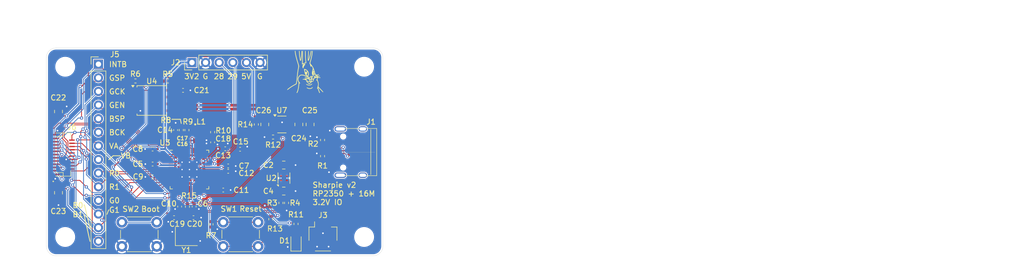
<source format=kicad_pcb>
(kicad_pcb (version 20241229) (generator "pcbnew") (generator_version "9.0")
  (layers (0 "F.Cu" signal) (2 "B.Cu" signal) (13 "F.Paste" user) (15 "B.Paste" user) (5 "F.SilkS" user "F.Silkscreen") (7 "B.SilkS" user "B.Silkscreen") (1 "F.Mask" user) (3 "B.Mask" user) (25 "Edge.Cuts" user))
  (net 0 "")
  (net 1 "GND")
  (net 2 "VCC")
  (net 3 "+3.2V")
  (net 4 "+1V1")
  (net 5 "Net-(U3-VREG_AVDD)")
  (net 6 "/MCU/XIN")
  (net 7 "Net-(C20-Pad2)")
  (net 8 "+5V")
  (net 9 "Net-(U7-C-)")
  (net 10 "Net-(U7-C+)")
  (net 11 "Net-(D1-A)")
  (net 12 "/MCU/SWCLK")
  (net 13 "/MCU/SWDIO")
  (net 14 "Net-(J1-CC1)")
  (net 15 "D+")
  (net 16 "Net-(J1-CC2)")
  (net 17 "D-")
  (net 20 "/MCU/EX_B4")
  (net 22 "/MCU/EX_B6")
  (net 25 "/MCU/EX_B5")
  (net 26 "/MCU/EX_B7")
  (net 27 "unconnected-(J6-NC-Pad21)")
  (net 28 "GEN")
  (net 29 "R1")
  (net 31 "VA")
  (net 32 "G0")
  (net 33 "GSP")
  (net 34 "GCK")
  (net 35 "VB_VCOM")
  (net 36 "B1")
  (net 37 "INTB")
  (net 38 "BCK")
  (net 39 "unconnected-(J6-NC-Pad2)")
  (net 40 "G1")
  (net 41 "BSP")
  (net 42 "B0")
  (net 43 "R0")
  (net 44 "Net-(U3-VREG_LX)")
  (net 45 "Net-(U2-FB)")
  (net 46 "/MCU/QSPI CS")
  (net 47 "Net-(R6-Pad1)")
  (net 48 "Net-(U3-RUN)")
  (net 49 "Net-(U3-USB_DP)")
  (net 50 "Net-(U3-USB_DM)")
  (net 51 "/MCU/User LED")
  (net 52 "5V EN")
  (net 53 "/MCU/XOUT")
  (net 54 "Net-(R7-Pad1)")
  (net 57 "unconnected-(U3-GPIO23-Pad35)")
  (net 58 "/MCU/QSPI CLK")
  (net 60 "/MCU/QSPI SD1")
  (net 61 "/MCU/QSPI SD3")
  (net 62 "/MCU/QSPI SD0")
  (net 65 "/MCU/QSPI SD2")
  (footprint "Package_SO:SOIC-8_5.3x5.3mm_P1.27mm" (layer "F.Cu") (at 40.075 33.255)
    (property "Reference" "U4")
    (property "Value" "W25Q128JVS")
  )
  (footprint "Sharpie:RP2350-QFN-60-1EP_7x7_P0.4mm_EP3.4x3.4mm_ThermalVias" (layer "F.Cu") (at 47.1 46.135)
    (property "Reference" "U3")
    (property "Value" "RP2350_60QFN")
  )
  (footprint "Capacitor_SMD:C_0402_1005Metric" (layer "F.Cu") (at 45.275 53.04 -90)
    (property "Reference" "C10")
    (property "Value" "100n")
  )
  (footprint "Resistor_SMD:R_0402_1005Metric" (layer "F.Cu") (at 46.625 38.77 90)
    (property "Reference" "R9")
    (property "Value" "27")
  )
  (footprint "Sharpie:L_pol_2016" (layer "F.Cu") (at 49.075 39.01)
    (property "Reference" "L1")
    (property "Value" "3.3u")
  )
  (footprint "Resistor_SMD:R_0402_1005Metric" (layer "F.Cu") (at 71.925 40.625 90)
    (property "Reference" "R2")
    (property "Value" "5.1K")
  )
  (footprint "Resistor_SMD:R_0402_1005Metric" (layer "F.Cu") (at 59.5775 37.7225 -90)
    (property "Reference" "R14")
    (property "Value" "8.2k")
  )
  (footprint "Connector_JST:JST_SH_SM03B-SRSS-TB_1x03-1MP_P1.00mm_Horizontal" (layer "F.Cu") (at 72 58.635)
    (property "Reference" "J3")
    (property "Value" "Conn_01x03_MountingPin")
  )
  (footprint "Resistor_SMD:R_0402_1005Metric" (layer "F.Cu") (at 64.1625 52.3575 90)
    (property "Reference" "R3")
    (property "Value" "1.62M")
  )
  (footprint "Sharpie:Chungus" (layer "F.Cu") (at 68.7 27.925)
    (property "Reference" "G***" (hide yes))
    (property "Value" "LOGO" (hide yes))
  )
  (footprint "Capacitor_SMD:C_0402_1005Metric" (layer "F.Cu") (at 56.545 42.35)
    (property "Reference" "C15")
    (property "Value" "100n")
  )
  (footprint "Connector_PinHeader_2.54mm:PinHeader_1x14_P2.54mm_Vertical" (layer "F.Cu") (at 30.125 26.485)
    (property "Reference" "J5")
    (property "Value" "Conn_01x14")
  )
  (footprint "Capacitor_SMD:C_0402_1005Metric" (layer "F.Cu") (at 53.405 49.96)
    (property "Reference" "C11")
    (property "Value" "100n")
  )
  (footprint "Capacitor_SMD:C_0402_1005Metric" (layer "F.Cu") (at 47.855 55.11 180)
    (property "Reference" "C20")
    (property "Value" "15p")
  )
  (footprint "Capacitor_SMD:C_0402_1005Metric" (layer "F.Cu") (at 44.525 38.77 90)
    (property "Reference" "C14")
    (property "Value" "100n")
  )
  (footprint "Capacitor_SMD:C_0805_2012Metric" (layer "F.Cu") (at 22.675 50.46 -90)
    (property "Reference" "C23")
    (property "Value" "1u X7R")
  )
  (footprint "Connector_PinHeader_2.54mm:PinHeader_1x06_P2.54mm_Vertical" (layer "F.Cu") (at 47.57 26.175 90)
    (property "Reference" "J2")
    (property "Value" "Conn_01x06")
  )
  (footprint "Resistor_SMD:R_0402_1005Metric" (layer "F.Cu") (at 37.025 29.61 180)
    (property "Reference" "R6")
    (property "Value" "1k")
  )
  (footprint "Capacitor_SMD:C_0402_1005Metric" (layer "F.Cu") (at 45.905 31.36)
    (property "Reference" "C21")
    (property "Value" "100n")
  )
  (footprint "Capacitor_SMD:C_0402_1005Metric" (layer "F.Cu") (at 47.975 53.04 -90)
    (property "Reference" "C6")
    (property "Value" "4.7u")
  )
  (footprint "Resistor_SMD:R_0402_1005Metric" (layer "F.Cu") (at 71.925 43.635 90)
    (property "Reference" "R1")
    (property "Value" "5.1K")
  )
  (footprint "Sharpie:C_0402_1005Metric_small_pads" (layer "F.Cu") (at 49.075 41.51)
    (property "Reference" "C16")
    (property "Value" "4.7u")
  )
  (footprint "MountingHole:MountingHole_3.2mm_M3" (layer "F.Cu") (at 79.675 26.96)
    (property "Reference" "H2" (hide yes))
    (property "Value" "MountingHole")
  )
  (footprint "Resistor_SMD:R_0402_1005Metric" (layer "F.Cu") (at 51.125 56.35 -90)
    (property "Reference" "R7")
    (property "Value" "1k")
  )
  (footprint "Capacitor_SMD:C_0805_2012Metric" (layer "F.Cu") (at 64.6875 45.2975)
    (property "Reference" "C2")
    (property "Value" "1u X7R")
  )
  (footprint "Sharpie:FPC-SMD_21P-P0.30-503566-2102" (layer "F.Cu") (at 23.695 43.34 -90)
    (property "Reference" "J6")
    (property "Value" "LS021B7DD02")
  )
  (footprint "MountingHole:MountingHole_3.2mm_M3" (layer "F.Cu") (at 79.675 58.71)
    (property "Reference" "H4" (hide yes))
    (property "Value" "MountingHole")
  )
  (footprint "Capacitor_SMD:C_0805_2012Metric" (layer "F.Cu") (at 69.6 37.725 -90)
    (property "Reference" "C25")
    (property "Value" "10u X7R")
  )
  (footprint "Resistor_SMD:R_0402_1005Metric" (layer "F.Cu") (at 43.05 29.61 180)
    (property "Reference" "R5")
    (property "Value" "10k")
  )
  (footprint "Resistor_SMD:R_0402_1005Metric" (layer "F.Cu") (at 65.2125 52.3575 -90)
    (property "Reference" "R4")
    (property "Value" "1.02M")
  )
  (footprint "Button_Switch_THT:SW_PUSH_6mm" (layer "F.Cu") (at 41 60.46 180)
    (property "Reference" "SW2")
    (property "Value" "SW_Push_Cross")
  )
  (footprint "MountingHole:MountingHole_3.2mm_M3" (layer "F.Cu") (at 23.925 26.96)
    (property "Reference" "H1" (hide yes))
    (property "Value" "MountingHole")
  )
  (footprint "LED_SMD:LED_0805_2012Metric" (layer "F.Cu") (at 66.975 59.6625 90)
    (property "Reference" "D1")
    (property "Value" "LED")
  )
  (footprint "Capacitor_SMD:C_0805_2012Metric" (layer "F.Cu") (at 61.15 37.725 -90)
    (property "Reference" "C26")
    (property "Value" "10u X7R")
  )
  (footprint "Package_TO_SOT_SMD:SOT-23-6" (layer "F.Cu") (at 64.3375 37.725)
    (property "Reference" "U7")
    (property "Value" "AP3602A")
  )
  (footprint "Capacitor_SMD:C_0402_1005Metric" (layer "F.Cu") (at 40.225 45.11 180)
    (property "Reference" "C5")
    (property "Value" "100n")
  )
  (footprint "Resistor_SMD:R_0402_1005Metric" (layer "F.Cu") (at 51.425 39.16 -90)
    (property "Reference" "R10")
    (property "Value" "33")
  )
  (footprint "Capacitor_SMD:C_0402_1005Metric" (layer "F.Cu") (at 53.775 42.26)
    (property "Reference" "C13")
    (property "Value" "100n")
  )
  (footprint "Resistor_SMD:R_0402_1005Metric" (layer "F.Cu") (at 66.975 56.275 -90)
    (property "Reference" "R11")
    (property "Value" "1k")
  )
  (footprint "MountingHole:MountingHole_3.2mm_M3" (layer "F.Cu") (at 23.925 58.71)
    (property "Reference" "H3" (hide yes))
    (property "Value" "MountingHole")
  )
  (footprint "Resistor_SMD:R_0402_1005Metric" (layer "F.Cu") (at 62.275 55.39 -90)
    (property "Reference" "R13")
    (property "Value" "10k")
  )
  (footprint "Sharpie:C_0402_1005Metric_small_pads" (layer "F.Cu") (at 49.075 40.56)
    (property "Reference" "C17")
    (property "Value" "4.7u")
  )
  (footprint "Resistor_SMD:R_0402_1005Metric" (layer "F.Cu") (at 45.575 38.77 90)
    (property "Reference" "R8")
    (property "Value" "27")
  )
  (footprint "Resistor_SMD:R_0402_1005Metric" (layer "F.Cu") (at 46.725 53.06 90)
    (property "Reference" "R15")
    (property "Value" "1k")
  )
  (footprint "Crystal:Crystal_SMD_3225-4Pin_3.2x2.5mm" (layer "F.Cu") (at 46.525 58.61)
    (property "Reference" "Y1")
    (property "Value" "Crystal_GND24")
  )
  (footprint "Capacitor_SMD:C_0402_1005Metric" (layer "F.Cu") (at 51.425 41.06 -90)
    (property "Reference" "C18")
    (property "Value" "4.7u")
  )
  (footprint "Capacitor_SMD:C_0805_2012Metric" (layer "F.Cu") (at 22.675 35.31 90)
    (property "Reference" "C22")
    (property "Value" "1u X7R")
  )
  (footprint "Capacitor_SMD:C_0402_1005Metric" (layer "F.Cu") (at 54.325 46.46)
    (property "Reference" "C12")
    (property "Value" "100n")
  )
  (footprint "Sharpie:TYPE-C-31-M-12" (layer "F.Cu") (at 79.425 42.875 90)
    (property "Reference" "J1")
    (property "Value" "~")
  )
  (footprint "Capacitor_SMD:C_0402_1005Metric" (layer "F.Cu") (at 40.225 47.51 180)
    (property "Reference" "C9")
    (property "Value" "100n")
  )
  (footprint "Resistor_SMD:R_0402_1005Metric" (layer "F.Cu") (at 62.69 40.075 180)
    (property "Reference" "R12")
    (property "Value" "100k")
  )
  (footprint "Capacitor_SMD:C_0402_1005Metric" (layer "F.Cu") (at 54.325 45.46)
    (property "Reference" "C7")
    (property "Value" "100n")
  )
  (footprint "Capacitor_SMD:C_0402_1005Metric" (layer "F.Cu") (at 44.225 55.11)
    (property "Reference" "C19")
    (property "Value" "15p")
  )
  (footprint "Capacitor_SMD:C_0805_2012Metric" (layer "F.Cu") (at 67.5 37.725 -90)
    (property "Reference" "C24")
    (property "Value" "1u X7R")
  )
  (footprint "Capacitor_SMD:C_0805_2012Metric" (layer "F.Cu") (at 64.6875 50.1475)
    (property "Reference" "C4")
    (property "Value" "2.2u X7R")
  )
  (footprint "Button_Switch_THT:SW_PUSH_6mm" (layer "F.Cu") (at 53.4 55.96)
    (property "Reference" "SW1")
    (property "Value" "SW_Push_Cross")
  )
  (footprint "Package_SON:WSON-6-1EP_2x2mm_P0.65mm_EP1x1.6mm_ThermalVias" (layer "F.Cu") (at 64.725 47.735 90)
    (property "Reference" "U2")
    (property "Value" "TPS7A2501")
  )
  (footprint "Capacitor_SMD:C_0402_1005Metric" (layer "F.Cu") (at 40.225 42.31 180)
    (property "Reference" "C8")
    (property "Value" "100n")
  )
  (gr_line (start 45.4 36.76) (end 43.825 36.76) (stroke (width 0.16)) (layer "F.SilkS"))
  (gr_line (start 45.575 37.535) (end 45.4 36.76) (stroke (width 0.16)) (layer "F.SilkS"))
  (gr_line (start 32.025 53.66) (end 31.725 54.4725) (stroke (width 0.16)) (layer "F.SilkS"))
  (gr_line (start 27.525 52.76) (end 27.425 52.76) (stroke (width 0.16)) (layer "F.SilkS"))
  (gr_line (start 32.05 44.285) (end 32.875 43.56) (stroke (width 0.16)) (layer "F.SilkS"))
  (gr_line (start 27.425 54.46) (end 28.55 59.525) (stroke (width 0.16)) (layer "F.SilkS"))
  (gr_line (start 27.525 52.76) (end 28.55 56.985) (stroke (width 0.16)) (layer "F.SilkS"))
  (gr_line (start 32.875 43.56) (end 34.175 43.56) (stroke (width 0.16)) (layer "F.SilkS"))
  (gr_arc (start 83.175 60.41) (mid 82.647792 61.682792) (end 81.375 62.21) (stroke (width 0.05)) (layer "Edge.Cuts"))
  (gr_line (start 83.175 25.26) (end 83.175 60.41) (stroke (width 0.05)) (layer "Edge.Cuts"))
  (gr_line (start 20.425 60.41) (end 20.422792 25.257792) (stroke (width 0.05)) (layer "Edge.Cuts"))
  (gr_arc (start 20.422792 25.257792) (mid 20.95 23.985) (end 22.222792 23.457792) (stroke (width 0.05)) (layer "Edge.Cuts"))
  (gr_arc (start 81.375 23.46) (mid 82.647792 23.987208) (end 83.175 25.26) (stroke (width 0.05)) (layer "Edge.Cuts"))
  (gr_line (start 22.222792 23.457792) (end 81.375 23.46) (stroke (width 0.05)) (layer "Edge.Cuts"))
  (gr_line (start 81.375 62.21) (end 22.225 62.21) (stroke (width 0.05)) (layer "Edge.Cuts"))
  (gr_arc (start 22.225 62.21) (mid 20.952208 61.682792) (end 20.425 60.41) (stroke (width 0.05)) (layer "Edge.Cuts"))
  (gr_text "R0" (at 32.025 47.4192 0) (layer "F.SilkS") (effects (font (size 1 1) (thickness 0.16)) (justify left bottom)))
  (gr_text "B1" (at 25.225 55.085 0) (layer "F.SilkS") (effects (font (size 1 1) (thickness 0.16)) (justify left bottom)))
  (gr_text "B0" (at 25.225 53.385 0) (layer "F.SilkS") (effects (font (size 1 1) (thickness 0.16)) (justify left bottom)))
  (gr_text "VA" (at 32.025 42.3392 0) (layer "F.SilkS") (effects (font (size 1 1) (thickness 0.16)) (justify left bottom)))
  (gr_text "GSP" (at 32.025 29.6392 0) (layer "F.SilkS") (effects (font (size 1 1) (thickness 0.16)) (justify left bottom)))
  (gr_text "28" (at 51.55 29.35 0) (layer "F.SilkS") (effects (font (size 1 1) (thickness 0.16)) (justify left bottom)))
  (gr_text "Reset" (at 56.35 54.05 0) (layer "F.SilkS") (effects (font (size 1 1) (thickness 0.16)) (justify left bottom)))
  (gr_text "BSP" (at 32.025 37.2592 0) (layer "F.SilkS") (effects (font (size 1 1) (thickness 0.16)) (justify left bottom)))
  (gr_text "G" (at 49.462381 29.35 0) (layer "F.SilkS") (effects (font (size 1 1) (thickness 0.16)) (justify left bottom)))
  (gr_text "INTB" (at 32.025 27.0992 0) (layer "F.SilkS") (effects (font (size 1 1) (thickness 0.16)) (justify left bottom)))
  (gr_text "GEN" (at 32.025 34.7192 0) (layer "F.SilkS") (effects (font (size 1 1) (thickness 0.16)) (justify left bottom)))
  (gr_text "VB" (at 34.2 44.135 0) (layer "F.SilkS") (effects (font (size 1 1) (thickness 0.16)) (justify left bottom)))
  (gr_text "Sharpie v2\nRP2350 + 16M\n3.2V IO" (at 69.975 52.825 0) (layer "F.SilkS") (effects (font (size 1 1) (thickness 0.16)) (justify left bottom)))
  (gr_text "G0" (at 32.025 52.4992 0) (layer "F.SilkS") (effects (font (size 1 1) (thickness 0.16)) (justify left bottom)))
  (gr_text "G1" (at 32.025 54.26 0) (layer "F.SilkS") (effects (font (size 1 1) (thickness 0.16)) (justify left bottom)))
  (gr_text "3V2" (at 46.041429 29.35 0) (layer "F.SilkS") (effects (font (size 1 1) (thickness 0.16)) (justify left bottom)))
  (gr_text "5V" (at 56.677619 29.35 0) (layer "F.SilkS") (effects (font (size 1 1) (thickness 0.16)) (justify left bottom)))
  (gr_text "G" (at 59.622381 29.35 0) (layer "F.SilkS") (effects (font (size 1 1) (thickness 0.16)) (justify left bottom)))
  (gr_text "GCK" (at 32.025 32.1792 0) (layer "F.SilkS") (effects (font (size 1 1) (thickness 0.16)) (justify left bottom)))
  (gr_text "Boot" (at 38.025 54.1 0) (layer "F.SilkS") (effects (font (size 1 1) (thickness 0.16)) (justify left bottom)))
  (gr_text "R1" (at 32.025 49.9592 0) (layer "F.SilkS") (effects (font (size 1 1) (thickness 0.16)) (justify left bottom)))
  (gr_text "29" (at 54.09 29.35 0) (layer "F.SilkS") (effects (font (size 1 1) (thickness 0.16)) (justify left bottom)))
  (gr_text "BCK" (at 32.025 39.7992 0) (layer "F.SilkS") (effects (font (size 1 1) (thickness 0.16)) (justify left bottom)))
  (segment (start 22.0825 39.2925) (end 22.5 38.875) (width 0.2) (layer "F.Cu") (net 1))
  (segment (start 38.875 45.11) (end 39.745 45.11) (width 0.35) (layer "F.Cu") (net 1))
  (segment (start 71.925 43.125) (end 70.85 43.125) (width 0.35) (layer "F.Cu") (net 1))
  (segment (start 38.825 42.31) (end 39.745 42.31) (width 0.35) (layer "F.Cu") (net 1))
  (segment (start 22.675 51.41) (end 22.675 52.76) (width 0.35) (layer "F.Cu") (net 1))
  (segment (start 51.91 56.86) (end 52.3 57.25) (width 0.35) (layer "F.Cu") (net 1))
  (segment (start 73.95 46.625) (end 74.325 46.25) (width 0.35) (layer "F.Cu") (net 1))
  (segment (start 22.675 34.36) (end 24.2 34.36) (width 0.35) (layer "F.Cu") (net 1))
  (segment (start 57.025 42.35) (end 57.39 42.35) (width 0.35) (layer "F.Cu") (net 1))
  (segment (start 54.805 46.46) (end 55.715 46.46) (width 0.35) (layer "F.Cu") (net 1))
  (segment (start 64.725 46.8475) (end 64.725 47.735) (width 0.35) (layer "F.Cu") (net 1))
  (segment (start 65.45 60.6) (end 65.425 60.575) (width 0.35) (layer "F.Cu") (net 1))
  (segment (start 54.255 42.26) (end 54.255 41.28) (width 0.35) (layer "F.Cu") (net 1))
  (segment (start 62.18 40.075) (end 61.1 40.075) (width 0.35) (layer "F.Cu") (net 1))
  (segment (start 22.0825 47.05) (end 22.0825 47.8425) (width 0.2) (layer "F.Cu") (net 1))
  (segment (start 45.275 53.52) (end 44.445 53.52) (width 0.35) (layer "F.Cu") (net 1))
  (segment (start 44.525 38.29) (end 44.525 37.425) (width 0.35) (layer "F.Cu") (net 1))
  (segment (start 51.425 41.54) (end 52.235 41.54) (width 0.35) (layer "F.Cu") (net 1))
  (segment (start 46.385 31.36) (end 47.275 31.36) (width 0.35) (layer "F.Cu") (net 1))
  (segment (start 72 56.635) (end 72 58.01) (width 0.35) (layer "F.Cu") (net 1))
  (segment (start 70.89 40.115) (end 70.875 40.1) (width 0.35) (layer "F.Cu") (net 1))
  (segment (start 48.83 53.52) (end 48.85 53.5) (width 0.35) (layer "F.Cu") (net 1))
  (segment (start 69.6 39.875) (end 69.65 39.925) (width 0.35) (layer "F.Cu") (net 1))
  (segment (start 61.15 38.675) (end 62.1 37.725) (width 0.35) (layer "F.Cu") (net 1))
  (segment (start 25.175 43.64) (end 24.721002 43.64) (width 0.15) (layer "F.Cu") (net 1))
  (segment (start 63.977499 37.725) (end 64.3775 37.324999) (width 0.5) (layer "F.Cu") (net 1))
  (segment (start 43.91 57.76) (end 43.9 57.75) (width 0.35) (layer "F.Cu") (net 1))
  (segment (start 73.7 38.875) (end 74.325 39.5) (width 0.35) (layer "F.Cu") (net 1))
  (segment (start 55.71 45.46) (end 55.725 45.475) (width 0.35) (layer "F.Cu") (net 1))
  (segment (start 37.935 35.16) (end 37.95 35.175) (width 0.35) (layer "F.Cu") (net 1))
  (segment (start 49.265 55.11) (end 49.275 55.1) (width 0.35) (layer "F.Cu") (net 1))
  (segment (start 38.875 47.51) (end 39.745 47.51) (width 0.35) (layer "F.Cu") (net 1))
  (segment (start 65.2125 52.8675) (end 65.2125 53.76) (width 0.25) (layer "F.Cu") (net 1))
  (segment (start 45.425 57.76) (end 43.91 57.76) (width 0.35) (layer "F.Cu") (net 1))
  (segment (start 60.7075 38.2325) (end 61.15 38.675) (width 0.35) (layer "F.Cu") (net 1))
  (segment (start 66.975 60.6) (end 65.45 60.6) (width 0.35) (layer "F.Cu") (net 1))
  (segment (start 73.125 46.625) (end 73.95 46.625) (width 0.35) (layer "F.Cu") (net 1))
  (segment (start 24.721002 43.64) (end 24.111002 44.25) (width 0.15) (layer "F.Cu") (net 1))
  (segment (start 54.805 45.46) (end 55.71 45.46) (width 0.35) (layer "F.Cu") (net 1))
  (segment (start 65.375 48.385) (end 64.725 47.735) (width 0.35) (layer "F.Cu") (net 1))
  (segment (start 51.125 56.86) (end 51.91 56.86) (width 0.35) (layer "F.Cu") (net 1))
  (segment (start 54.255 41.28) (end 54.25 41.275) (width 0.35) (layer "F.Cu") (net 1))
  (segment (start 49.09 59.46) (end 49.1 59.45) (width 0.35) (layer "F.Cu") (net 1))
  (segment (start 69.7 60.51) (end 70.9 60.51) (width 0.35) (layer "F.Cu") (net 1))
  (segment (start 22.0825 39.63) (end 22.0825 39.2925) (width 0.2) (layer "F.Cu") (net 1))
  (segment (start 47.625 59.46) (end 49.09 59.46) (width 0.35) (layer "F.Cu") (net 1))
  (segment (start 71.925 40.115) (end 70.89 40.115) (width 0.35) (layer "F.Cu") (net 1))
  (segment (start 73.275 38.875) (end 73.7 38.875) (width 0.35) (layer "F.Cu") (net 1))
  (segment (start 22.0825 47.8425) (end 22.075 47.85) (width 0.2) (layer "F.Cu") (net 1))
  (segment (start 59.5775 38.2325) (end 60.7075 38.2325) (width 0.35) (layer "F.Cu") (net 1))
  (segment (start 55.715 46.46) (end 55.725 46.45) (width 0.35) (layer "F.Cu") (net 1))
  (segment (start 43.745 55.28) (end 43.15 55.875) (width 0.35) (layer "F.Cu") (net 1))
  (segment (start 63.2 37.725) (end 63.977499 37.725) (width 0.5) (layer "F.Cu") (net 1))
  (segment (start 65.2125 53.76) (end 65.225 53.7725) (width 0.25) (layer "F.Cu") (net 1))
  (segment (start 52.235 41.54) (end 52.325 41.45) (width 0.35) (layer "F.Cu") (net 1))
  (segment (start 65.6375 45.2975) (end 66.8875 45.2975) (width 0.35) (layer "F.Cu") (net 1))
  (segment (start 62.1 37.725) (end 63.2 37.725) (width 0.35) (layer "F.Cu") (net 1))
  (segment (start 57.39 42.35) (end 57.875 41.865) (width 0.35) (layer "F.Cu") (net 1))
  (segment (start 54.765 49.96) (end 54.775 49.95) (width 0.35) (layer "F.Cu") (net 1))
  (segment (start 69.6 38.675) (end 69.6 39.875) (width 0.35) (layer "F.Cu") (net 1))
  (segment (start 65.375 48.6225) (end 65.375 48.385) (width 0.35) (layer "F.Cu") (net 1))
  (segment (start 43.745 55.11) (end 43.745 55.28) (width 0.35) (layer "F.Cu") (net 1))
  (segment (start 48.335 55.11) (end 49.265 55.11) (width 0.35) (layer "F.Cu") (net 1))
  (segment (start 53.885 49.96) (end 54.765 49.96) (width 0.35) (layer "F.Cu") (net 1))
  (segment (start 44.445 53.52) (end 44.425 53.5) (width 0.35) (layer "F.Cu") (net 1))
  (segment (start 65.6375 50.1475) (end 66.8875 50.1475) (width 0.35) (layer "F.Cu") (net 1))
  (segment (start 74.3 60.51) (end 73.05 60.51) (width 0.35) (layer "F.Cu") (net 1))
  (segment (start 36.4875 35.16) (end 37.935 35.16) (width 0.35) (layer "F.Cu") (net 1))
  (segment (start 47.975 53.52) (end 48.83 53.52) (width 0.35) (layer "F.Cu") (net 1))
  (via (at 65.225 53.7725) (size 0.6) (drill 0.3) (layers "F.Cu" "B.Cu") (net 1))
  (via (at 73.05 60.51) (size 0.6) (drill 0.3) (layers "F.Cu" "B.Cu") (net 1))
  (via (at 66.8875 45.2975) (size 0.6) (drill 0.3) (layers "F.Cu" "B.Cu") (net 1))
  (via (at 38.825 42.31) (size 0.6) (drill 0.3) (layers "F.Cu" "B.Cu") (net 1))
  (via (at 65.425 60.575) (size 0.6) (drill 0.3) (layers "F.Cu" "B.Cu") (net 1))
  (via (at 44.525 37.425) (size 0.6) (drill 0.3) (layers "F.Cu" "B.Cu") (net 1))
  (via (at 61.1 40.075) (size 0.6) (drill 0.3) (layers "F.Cu" "B.Cu") (net 1))
  (via (at 52.3 57.25) (size 0.6) (drill 0.3) (layers "F.Cu" "B.Cu") (net 1))
  (via (at 44.425 53.5) (size 0.6) (drill 0.3) (layers "F.Cu" "B.Cu") (net 1))
  (via (at 49.275 55.1) (size 0.6) (drill 0.3) (layers "F.Cu" "B.Cu") (net 1))
  (via (at 38.875 45.11) (size 0.6) (drill 0.3) (layers "F.Cu" "B.Cu") (net 1))
  (via (at 73.125 46.625) (size 0.6) (drill 0.3) (layers "F.Cu" "B.Cu") (net 1))
  (via (at 47.275 31.36) (size 0.6) (drill 0.3) (layers "F.Cu" "B.Cu") (net 1))
  (via (at 43.15 55.875) (size 0.6) (drill 0.3) (layers "F.Cu" "B.Cu") (net 1))
  (via (at 73.275 38.875) (size 0.6) (drill 0.3) (layers "F.Cu" "B.Cu") (net 1))
  (via (at 55.725 45.475) (size 0.6) (drill 0.3) (layers "F.Cu" "B.Cu") (net 1))
  (via (at 50.275 40.66) (size 0.6) (drill 0.3) (layers "F.Cu" "B.Cu") (net 1))
  (via (at 38.875 47.51) (size 0.6) (drill 0.3) (layers "F.Cu" "B.Cu") (net 1))
  (via (at 24.2 34.36) (size 0.6) (drill 0.3) (layers "F.Cu" "B.Cu") (net 1))
  (via (at 50.275 41.26) (size 0.6) (drill 0.3) (layers "F.Cu" "B.Cu") (net 1))
  (via (at 70.875 40.1) (size 0.6) (drill 0.3) (layers "F.Cu" "B.Cu") (net 1))
  (via (at 57.875 41.865) (size 0.6) (drill 0.3) (layers "F.Cu" "B.Cu") (net 1))
  (via (at 22.075 47.85) (size 0.6) (drill 0.3) (layers "F.Cu" "B.Cu") (net 1))
  (via (at 64.3775 37.324999) (size 0.6) (drill 0.3) (layers "F.Cu" "B.Cu") (net 1))
  (via (at 69.65 39.925) (size 0.6) (drill 0.3) (layers "F.Cu" "B.Cu") (net 1))
  (via (at 49.1 59.45) (size 0.6) (drill 0.3) (layers "F.Cu" "B.Cu") (net 1))
  (via (at 24.111002 44.25) (size 0.6) (drill 0.3) (layers "F.Cu" "B.Cu") (net 1))
  (via (at 52.325 41.45) (size 0.6) (drill 0.3) (layers "F.Cu" "B.Cu") (net 1))
  (via (at 22.5 38.875) (size 0.6) (drill 0.3) (layers "F.Cu" "B.Cu") (net 1))
  (via (at 66.8875 50.1475) (size 0.6) (drill 0.3) (layers "F.Cu" "B.Cu") (net 1))
  (via (at 72 58.01) (size 0.6) (drill 0.3) (layers "F.Cu" "B.Cu") (net 1))
  (via (at 22.675 52.76) (size 0.6) (drill 0.3) (layers "F.Cu" "B.Cu") (net 1))
  (via (at 48.85 53.5) (size 0.6) (drill 0.3) (layers "F.Cu" "B.Cu") (net 1))
  (via (at 54.25 41.275) (size 0.6) (drill 0.3) (layers "F.Cu" "B.Cu") (net 1))
  (via (at 37.95 35.175) (size 0.6) (drill 0.3) (layers "F.Cu" "B.Cu") (net 1))
  (via (at 70.85 43.125) (size 0.6) (drill 0.3) (layers "F.Cu" "B.Cu") (net 1))
  (via (at 43.9 57.75) (size 0.6) (drill 0.3) (layers "F.Cu" "B.Cu") (net 1))
  (via (at 54.775 49.95) (size 0.6) (drill 0.3) (layers "F.Cu" "B.Cu") (net 1))
  (via (at 70.9 60.51) (size 0.6) (drill 0.3) (layers "F.Cu" "B.Cu") (net 1))
  (via (at 55.725 46.45) (size 0.6) (drill 0.3) (layers "F.Cu" "B.Cu") (net 1))
  (segment (start 47.1 42.272792) (end 46.681104 41.853896) (width 0.15) (layer "F.Cu") (net 3))
  (segment (start 40.705 42.31) (end 41.525 42.31) (width 0.35) (layer "F.Cu") (net 3))
  (segment (start 36.3 49.425) (end 36.3 50.015578) (width 0.2) (layer "F.Cu") (net 3))
  (segment (start 33.875 44.41) (end 33.875 44.725) (width 0.2) (layer "F.Cu") (net 3))
  (segment (start 33.875 44.725) (end 32.925 45.675) (width 0.2) (layer "F.Cu") (net 3))
  (segment (start 43.6625 47.335) (end 40.88 47.335) (width 0.2) (layer "F.Cu") (net 3))
  (segment (start 45.415 31.35) (end 45.425 31.36) (width 0.25) (layer "F.Cu") (net 3))
  (segment (start 46.7 42.6975) (end 46.7 41.872792) (width 0.15) (layer "F.Cu") (net 3))
  (segment (start 46.7 41.872792) (end 46.681104 41.853896) (width 0.15) (layer "F.Cu") (net 3))
  (segment (start 45.9 48.735) (end 45.925 48.71) (width 0.2) (layer "F.Cu") (net 3))
  (segment (start 46.681104 41.853896) (end 44.525 39.697792) (width 0.15) (layer "F.Cu") (net 3))
  (segment (start 44.544006 44.263134) (end 44.544006 43.779006) (width 0.15) (layer "F.Cu") (net 3))
  (segment (start 22.675 49.51) (end 20.945 47.78) (width 0.2) (layer "F.Cu") (net 3))
  (segment (start 45.9 49.5725) (end 45.9 48.735) (width 0.2) (layer "F.Cu") (net 3))
  (segment (start 50.5375 43.335) (end 51.6125 42.26) (width 0.2) (layer "F.Cu") (net 3))
  (segment (start 36.3 50.015578) (end 30.751495 55.564083) (width 0.2) (layer "F.Cu") (net 3))
  (segment (start 44.1 43.335) (end 43.6625 43.335) (width 0.15) (layer "F.Cu") (net 3))
  (segment (start 45.9 51.935) (end 45.9 49.5725) (width 0.2) (layer "F.Cu") (net 3))
  (segment (start 44.525 39.697792) (end 44.525 39.25) (width 0.15) (layer "F.Cu") (net 3))
  (segment (start 51.6125 42.26) (end 52.425 42.26) (width 0.2) (layer "F.Cu") (net 3))
  (segment (start 24.4 49.7) (end 22.865 49.7) (width 0.2) (layer "F.Cu") (net 3))
  (segment (start 22.865 49.7) (end 22.675 49.51) (width 0.2) (layer "F.Cu") (net 3))
  (segment (start 63.37 54.88) (end 63.55 54.7) (width 0.15) (layer "F.Cu") (net 3))
  (segment (start 43.6625 47.335) (end 44.5 47.335) (width 0.2) (layer "F.Cu") (net 3))
  (segment (start 47.1 42.6975) (end 47.1 42.272792) (width 0.15) (layer "F.Cu") (net 3))
  (segment (start 62.275 54.88) (end 63.37 54.88) (width 0.15) (layer "F.Cu") (net 3))
  (segment (start 62.275 54.88) (end 62.275 54.755) (width 0.15) (layer "F.Cu") (net 3))
  (segment (start 20.945 44.163) (end 21.168 43.94) (width 0.2) (layer "F.Cu") (net 3))
  (segment (start 20.945 47.78) (end 20.945 44.163) (width 0.2) (layer "F.Cu") (net 3))
  (segment (start 45.275 52.56) (end 45.9 51.935) (width 0.2) (layer "F.Cu") (net 3))
  (segment (start 21.168 43.94) (end 22.015 43.94) (width 0.2) (layer "F.Cu") (net 3))
  (segment (start 44.544006 43.779006) (end 44.1 43.335) (width 0.15) (layer "F.Cu") (net 3))
  (segment (start 52.425 42.26) (end 53.295 42.26) (width 0.2) (layer "F.Cu") (net 3))
  (segment (start 40.88 47.335) (end 40.705 47.51) (width 0.2) (layer "F.Cu") (net 3))
  (segment (start 44.5 47.335) (end 44.525 47.31) (width 0.2) (layer "F.Cu") (net 3))
  (via (at 52.425 42.26) (size 0.6) (drill 0.3) (layers "F.Cu" "B.Cu") (net 3))
  (via (at 41.525 42.31) (size 0.6) (drill 0.3) (layers "F.Cu" "B.Cu") (net 3))
  (via (at 36.3 49.425) (size 0.6) (drill 0.3) (layers "F.Cu" "B.Cu") (net 3))
  (via (at 49.65 44.521336) (size 0.6) (drill 0.3) (layers "F.Cu" "B.Cu") (net 3))
  (via (at 33.875 44.41) (size 0.6) (drill 0.3) (layers "F.Cu" "B.Cu") (net 3))
  (via (at 44.544006 44.263134) (size 0.6) (drill 0.3) (layers "F.Cu" "B.Cu") (net 3))
  (via (at 63.55 54.7) (size 0.6) (drill 0.3) (layers "F.Cu" "B.Cu") (net 3))
  (via (at 61.15 52.85) (size 0.6) (drill 0.3) (layers "F.Cu" "B.Cu") (net 3))
  (via (at 32.925 45.675) (size 0.6) (drill 0.3) (layers "F.Cu" "B.Cu") (net 3))
  (via (at 30.751495 55.564083) (size 0.6) (drill 0.3) (layers "F.Cu" "B.Cu") (net 3))
  (via (at 24.4 49.7) (size 0.6) (drill 0.3) (layers "F.Cu" "B.Cu") (net 3))
  (segment (start 45.525 26.16) (end 47.585 26.16) (width 0.35) (layer "B.Cu") (net 3))
  (segment (start 61.7 52.85) (end 61.15 52.85) (width 0.15) (layer "B.Cu") (net 3))
  (segment (start 31.226 57.42105) (end 30.58105 58.066) (width 0.2) (layer "B.Cu") (net 3))
  (segment (start 36.525 41.76) (end 40.975 41.76) (width 0.2) (layer "B.Cu") (net 3))
  (segment (start 42.590872 29.094128) (end 45.525 26.16) (width 0.35) (layer "B.Cu") (net 3))
  (segment (start 41.525 42.31) (end 42.590872 42.31) (width 0.35) (layer "B.Cu") (net 3))
  (segment (start 42.590872 42.31) (end 42.590872 29.094128) (width 0.35) (layer "B.Cu") (net 3))
  (segment (start 32.925 46.05) (end 36.3 49.425) (width 0.2) (layer "B.Cu") (net 3))
  (segment (start 42.590872 42.31) (end 44.544006 44.263134) (width 0.35) (layer "B.Cu") (net 3))
  (segment (start 32.925 45.675) (end 32.925 46.05) (width 0.2) (layer "B.Cu") (net 3))
  (segment (start 31.226 56.038588) (end 31.226 57.42105) (width 0.2) (layer "B.Cu") (net 3))
  (segment (start 40.975 41.76) (end 41.525 42.31) (width 0.2) (layer "B.Cu") (net 3))
  (segment (start 63.55 54.7) (end 61.7 52.85) (width 0.15) (layer "B.Cu") (net 3))
  (segment (start 29.66895 58.066) (end 24.4 52.79705) (width 0.2) (layer "B.Cu") (net 3))
  (segment (start 50.163664 44.521336) (end 52.425 42.26) (width 0.25) (layer "B.Cu") (net 3))
  (segment (start 30.58105 58.066) (end 29.66895 58.066) (width 0.2) (layer "B.Cu") (net 3))
  (segment (start 33.875 44.41) (end 36.525 41.76) (width 0.2) (layer "B.Cu") (net 3))
  (segment (start 24.4 52.79705) (end 24.4 49.7) (width 0.2) (layer "B.Cu") (net 3))
  (segment (start 49.65 44.521336) (end 50.163664 44.521336) (width 0.25) (layer "B.Cu") (net 3))
  (segment (start 30.751495 55.564083) (end 31.226 56.038588) (width 0.2) (layer "B.Cu") (net 3))
  (segment (start 41.675 45.11) (end 41.9 45.335) (width 0.2) (layer "F.Cu") (net 4))
  (segment (start 50.5375 45.735) (end 53.075 45.735) (width 0.2) (layer "F.Cu") (net 4))
  (segment (start 48.1 40.735) (end 48.125 40.71) (width 0.15) (layer "F.Cu") (net 4))
  (segment (start 53.57 45.735) (end 53.845 45.46) (width 0.2) (layer "F.Cu") (net 4))
  (segment (start 48.1 41.61) (end 48.1 40.735) (width 0.15) (layer "F.Cu") (net 4))
  (segment (start 48.3 42.2) (end 48.1 42) (width 0.15) (layer "F.Cu") (net 4))
  (segment (start 47.975 52.56) (end 47.375 51.96) (width 0.35) (layer "F.Cu") (net 4))
  (segment (start 53.075 45.735) (end 53.57 45.735) (width 0.2) (layer "F.Cu") (net 4))
  (segment (start 40.705 45.11) (end 41.525 45.11) (width 0.35) (layer "F.Cu") (net 4))
  (segment (start 48.3 42.6975) (end 48.3 42.2) (width 0.15) (layer "F.Cu") (net 4))
  (segment (start 47.1 51.685) (end 47.1 49.5725) (width 0.2) (layer "F.Cu") (net 4))
  (segment (start 48.1 42) (end 48.1 41.61) (width 0.15) (layer "F.Cu") (net 4))
  (segment (start 41.9 45.335) (end 43.6625 45.335) (width 0.2) (layer "F.Cu") (net 4))
  (segment (start 47.375 51.96) (end 47.1 51.685) (width 0.2) (layer "F.Cu") (net 4))
  (segment (start 41.525 45.11) (end 41.675 45.11) (width 0.2) (layer "F.Cu") (net 4))
  (via (at 47.673685 48.285) (size 0.6) (drill 0.3) (layers "F.Cu" "B.Cu") (net 4))
  (via (at 41.525 45.11) (size 0.6) (drill 0.3) (layers "F.Cu" "B.Cu") (net 4))
  (via (at 44.95 45.31) (size 0.6) (drill 0.3) (layers "F.Cu" "B.Cu") (net 4))
  (via (at 53.075 45.735) (size 0.6) (drill 0.3) (layers "F.Cu" "B.Cu") (net 4))
  (via (at 47.375 51.96) (size 0.6) (drill 0.3) (layers "F.Cu" "B.Cu") (net 4))
  (via (at 47.625 40.41) (size 0.6) (drill 0.3) (layers "F.Cu" "B.Cu") (net 4))
  (via (at 47.625 41.01) (size 0.6) (drill 0.3) (layers "F.Cu" "B.Cu") (net 4))
  (via (at 47.625 43.985) (size 0.6) (drill 0.3) (layers "F.Cu" "B.Cu") (net 4))
  (via (at 49.25 45.494349) (size 0.6) (drill 0.3) (layers "F.Cu" "B.Cu") (net 4))
  (segment (start 47.375 51.96) (end 47.375 48.583685) (width 0.35) (layer "B.Cu") (net 4))
  (segment (start 41.725 45.31) (end 44.95 45.31) (width 0.35) (layer "B.Cu") (net 4))
  (segment (start 47.625 40.41) (end 47.625 43.985) (width 0.35) (layer "B.Cu") (net 4))
  (segment (start 47.375 48.583685) (end 47.673685 48.285) (width 0.35) (layer "B.Cu") (net 4))
  (segment (start 53.075 45.735) (end 49.490651 45.735) (width 0.35) (layer "B.Cu") (net 4))
  (segment (start 49.490651 45.735) (end 49.25 45.494349) (width 0.35) (layer "B.Cu") (net 4))
  (segment (start 41.525 45.11) (end 41.725 45.31) (width 0.35) (layer "B.Cu") (net 4))
  (segment (start 50.8 41.205) (end 51.425 40.58) (width 0.15) (layer "F.Cu") (net 5))
  (segment (start 51.425 39.67) (end 51.425 40.58) (width 0.15) (layer "F.Cu") (net 5))
  (segment (start 49.9 42.6975) (end 50.8 41.7975) (width 0.15) (layer "F.Cu") (net 5))
  (segment (start 50.8 41.7975) (end 50.8 41.205) (width 0.15) (layer "F.Cu") (net 5))
  (segment (start 46.3 49.5725) (end 46.3 51.99462) (width 0.15) (layer "F.Cu") (net 6))
  (segment (start 45.975 54.31) (end 45.175 55.11) (width 0.15) (layer "F.Cu") (net 6))
  (segment (start 46.3 51.99462) (end 45.975 52.31962) (width 0.15) (layer "F.Cu") (net 6))
  (segment (start 46.35 58.535) (end 45.425 59.46) (width 0.15) (layer "F.Cu") (net 6))
  (segment (start 46.35 56.755) (end 46.35 58.535) (width 0.15) (layer "F.Cu") (net 6))
  (segment (start 45.975 52.31962) (end 45.975 54.31) (width 0.15) (layer "F.Cu") (net 6))
  (segment (start 44.705 55.11) (end 46.35 56.755) (width 0.15) (layer "F.Cu") (net 6))
  (segment (start 44.705 55.11) (end 44.705 54.920068) (width 0.15) (layer "F.Cu") (net 6))
  (segment (start 45.175 55.11) (end 44.705 55.11) (width 0.15) (layer "F.Cu") (net 6))
  (segment (start 47.375 57.51) (end 47.625 57.76) (width 0.15) (layer "F.Cu") (net 7))
  (segment (start 47.375 55.11) (end 47.375 57.51) (width 0.15) (layer "F.Cu") (net 7))
  (segment (start 46.725 54.46) (end 47.375 55.11) (width 0.15) (layer "F.Cu") (net 7))
  (segment (start 46.725 53.57) (end 46.725 54.46) (width 0.15) (layer "F.Cu") (net 7))
  (segment (start 56.629 25.074) (end 57.73 26.175) (width 0.2) (layer "F.Cu") (net 8))
  (segment (start 22.862 46.34) (end 22.015 46.34) (width 0.15) (layer "F.Cu") (net 8))
  (segment (start 26.725 30.625) (end 26.975 30.625) (width 0.2) (layer "F.Cu") (net 8))
  (segment (start 23.325 46.803) (end 22.862 46.34) (width 0.15) (layer "F.Cu") (net 8))
  (segment (start 59.325 36.225) (end 59.025 35.925) (width 0.35) (layer "F.Cu") (net 8))
  (segment (start 26.975 30.625) (end 28.25 29.35) (width 0.2) (layer "F.Cu") (net 8))
  (segment (start 23.325 47.9) (end 23.325 46.803) (width 0.15) (layer "F.Cu") (net 8))
  (segment (start 28.25 26.158) (end 29.334 25.074) (width 0.2) (layer "F.Cu") (net 8))
  (segment (start 22.8 36.135) (end 22.675 36.26) (width 0.2) (layer "F.Cu") (net 8))
  (segment (start 29.334 25.074) (end 56.629 25.074) (width 0.2) (layer "F.Cu") (net 8))
  (segment (start 61.15 36.775) (end 60.6 36.225) (width 0.35) (layer "F.Cu") (net 8))
  (segment (start 28.25 29.35) (end 28.25 26.158) (width 0.2) (layer "F.Cu") (net 8))
  (segment (start 60.7125 37.2125) (end 61.15 36.775) (width 0.35) (layer "F.Cu") (net 8))
  (segment (start 60.6 36.225) (end 59.325 36.225) (width 0.35) (layer "F.Cu") (net 8))
  (segment (start 59.5775 37.2125) (end 60.7125 37.2125) (width 0.35) (layer "F.Cu") (net 8))
  (segment (start 24.175 36.135) (end 22.8 36.135) (width 0.2) (layer "F.Cu") (net 8))
  (segment (start 61.15 36.775) (end 63.2 36.775) (width 0.35) (layer "F.Cu") (net 8))
  (segment (start 22.015 46.34) (end 22.101 46.426) (width 0.15) (layer "F.Cu") (net 8))
  (via (at 26.725 30.625) (size 0.6) (drill 0.3) (layers "F.Cu" "B.Cu") (net 8))
  (via (at 23.325 47.9) (size 0.6) (drill 0.3) (layers "F.Cu" "B.Cu") (net 8))
  (via (at 24.175 36.135) (size 0.6) (drill 0.3) (layers "F.Cu" "B.Cu") (net 8))
  (via (at 59.025 35.925) (size 0.6) (drill 0.3) (layers "F.Cu" "B.Cu") (net 8))
  (segment (start 59.025 27.47) (end 57.73 26.175) (width 0.35) (layer "B.Cu") (net 8))
  (segment (start 21.974 45.117877) (end 21.974 38.336) (width 0.15) (layer "B.Cu") (net 8))
  (segment (start 59.025 35.925) (end 59.025 27.47) (width 0.35) (layer "B.Cu") (net 8))
  (segment (start 21.974 45.117877) (end 21.974 46.549) (width 0.15) (layer "B.Cu") (net 8))
  (segment (start 24.751 35.559) (end 24.175 36.135) (width 0.2) (layer "B.Cu") (net 8))
  (segment (start 21.974 38.336) (end 24.175 36.135) (width 0.15) (layer "B.Cu") (net 8))
  (segment (start 21.974 46.549) (end 23.325 47.9) (width 0.15) (layer "B.Cu") (net 8))
  (segment (start 24.751 35.559) (end 26.475 33.835) (width 0.2) (layer "B.Cu") (net 8))
  (segment (start 26.475 33.835) (end 26.475 30.875) (width 0.2) (layer "B.Cu") (net 8))
  (segment (start 26.475 30.875) (end 26.725 30.625) (width 0.2) (layer "B.Cu") (net 8))
  (segment (start 67.5 38.675) (end 65.475 38.675) (width 0.35) (layer "F.Cu") (net 9))
  (segment (start 67.5 36.775) (end 65.475 36.775) (width 0.35) (layer "F.Cu") (net 10))
  (segment (start 66.975 58.725) (end 66.975 56.785) (width 0.15) (layer "F.Cu") (net 11))
  (segment (start 50.385816 54.105392) (end 64.14044 54.105392) (width 0.15) (layer "F.Cu") (net 12))
  (segment (start 68.9645 54.5995) (end 71 56.635) (width 0.15) (layer "F.Cu") (net 12))
  (segment (start 64.634548 54.5995) (end 68.9645 54.5995) (width 0.15) (layer "F.Cu") (net 12))
  (segment (start 47.5 51.219576) (end 50.385816 54.105392) (width 0.15) (layer "F.Cu") (net 12))
  (segment (start 64.14044 54.105392) (end 64.634548 54.5995) (width 0.15) (layer "F.Cu") (net 12))
  (segment (start 47.5 51.219576) (end 47.5 49.5725) (width 0.2) (layer "F.Cu") (net 12))
  (segment (start 50.57979 53.804392) (end 64.265118 53.804392) (width 0.15) (layer "F.Cu") (net 13))
  (segment (start 73 56.615158) (end 73 56.96) (width 0.2) (layer "F.Cu") (net 13))
  (segment (start 72.0985 54.2985) (end 73 55.2) (width 0.15) (layer "F.Cu") (net 13))
  (segment (start 47.9 51.124602) (end 50.57979 53.804392) (width 0.15) (layer "F.Cu") (net 13))
  (segment (start 64.265118 53.804392) (end 64.759226 54.2985) (width 0.15) (layer "F.Cu") (net 13))
  (segment (start 64.759226 54.2985) (end 72.0985 54.2985) (width 0.15) (layer "F.Cu") (net 13))
  (segment (start 73 55.2) (end 73 56.635) (width 0.15) (layer "F.Cu") (net 13))
  (segment (start 47.9 49.5725) (end 47.9 51.124602) (width 0.2) (layer "F.Cu") (net 13))
  (segment (start 74.4825 44.145) (end 74.5025 44.125) (width 0.15) (layer "F.Cu") (net 14))
  (segment (start 71.925 44.145) (end 74.4825 44.145) (width 0.15) (layer "F.Cu") (net 14))
  (segment (start 76.075 43.125) (end 76.575 43.625) (width 0.2) (layer "F.Cu") (net 15))
  (segment (start 54.475 34.15) (end 54.525 34.1) (width 0.5) (layer "F.Cu") (net 15))
  (segment (start 48.85 34.1) (end 48.9 34.15) (width 0.5) (layer "F.Cu") (net 15))
  (segment (start 74.5025 43.125) (end 76.075 43.125) (width 0.2) (layer "F.Cu") (net 15))
  (segment (start 45.851 35.679025) (end 45.851 37.503999) (width 0.5) (layer "F.Cu") (net 15))
  (segment (start 54.575 34.15) (end 74.369976 34.15) (width 0.5) (layer "F.Cu") (net 15))
  (segment (start 48.8 34.15) (end 48.85 34.1) (width 0.5) (layer "F.Cu") (net 15))
  (segment (start 77.725 42.475) (end 76.575 43.625) (width 0.5) (layer "F.Cu") (net 15))
  (segment (start 45.851 35.679025) (end 47.380025 34.15) (width 0.5) (layer "F.Cu") (net 15))
  (segment (start 54.525 34.1) (end 54.575 34.15) (width 0.5) (layer "F.Cu") (net 15))
  (segment (start 45.851 37.503999) (end 45.575 37.779999) (width 0.5) (layer "F.Cu") (net 15))
  (segment (start 77.725 37.505024) (end 77.725 42.475) (width 0.5) (layer "F.Cu") (net 15))
  (segment (start 47.380025 34.15) (end 48.8 34.15) (width 0.5) (layer "F.Cu") (net 15))
  (segment (start 74.369976 34.15) (end 77.725 37.505024) (width 0.5) (layer "F.Cu") (net 15))
  (segment (start 74.5025 42.125) (end 75.625 42.125) (width 0.15) (layer "F.Cu") (net 15))
  (segment (start 75.625 42.125) (end 75.775 41.975) (width 0.15) (layer "F.Cu") (net 15))
  (segment (start 45.575 37.779999) (end 45.575 38.26) (width 0.5) (layer "F.Cu") (net 15))
  (via (at 75.775 41.975) (size 0.6) (drill 0.3) (layers "F.Cu" "B.Cu") (net 15))
  (via (at 48.85 34.1) (size 0.6) (drill 0.3) (layers "F.Cu" "B.Cu") (net 15))
  (via (at 76.575 43.625) (size 0.6) (drill 0.3) (layers "F.Cu" "B.Cu") (net 15))
  (via (at 54.525 34.1) (size 0.6) (drill 0.3) (layers "F.Cu" "B.Cu") (net 15))
  (segment (start 75.775 42.825) (end 76.575 43.625) (width 0.15) (layer "B.Cu") (net 15))
  (segment (start 48.9 34.15) (end 54.475 34.15) (width 0.5) (layer "B.Cu") (net 15))
  (segment (start 48.85 34.1) (end 48.9 34.15) (width 0.5) (layer "B.Cu") (net 15))
  (segment (start 75.775 41.975) (end 75.775 42.825) (width 0.15) (layer "B.Cu") (net 15))
  (segment (start 54.475 34.15) (end 54.525 34.1) (width 0.5) (layer "B.Cu") (net 15))
  (segment (start 74.4925 41.135) (end 74.5025 41.125) (width 0.15) (layer "F.Cu") (net 16))
  (segment (start 71.925 41.135) (end 74.4925 41.135) (width 0.15) (layer "F.Cu") (net 16))
  (segment (start 74.325 42.625) (end 73.35 42.625) (width 0.25) (layer "F.Cu") (net 17))
  (segment (start 54.525 34.9) (end 54.575 34.85) (width 0.5) (layer "F.Cu") (net 17))
  (segment (start 48.8 34.85) (end 48.85 34.9) (width 0.5) (layer "F.Cu") (net 17))
  (segment (start 74.5025 42.625) (end 75.975 42.625) (width 0.2) (layer "F.Cu") (net 17))
  (segment (start 46.55098 37.705979) (end 46.625 37.779999) (width 0.5) (layer "F.Cu") (net 17))
  (segment (start 46.625 37.779999) (end 46.625 38.26) (width 0.5) (layer "F.Cu") (net 17))
  (segment (start 75.975 42.625) (end 76.575 42.025) (width 0.2) (layer "F.Cu") (net 17))
  (segment (start 73.775 43.625) (end 74.5025 43.625) (width 0.15) (layer "F.Cu") (net 17))
  (segment (start 54.575 34.85) (end 74.080024 34.85) (width 0.5) (layer "F.Cu") (net 17))
  (segment (start 77.025 37.794976) (end 77.025 41.575) (width 0.5) (layer "F.Cu") (net 17))
  (segment (start 73.325 42.65) (end 73.325 43.425) (width 0.25) (layer "F.Cu") (net 17))
  (segment (start 46.55098 35.968995) (end 46.55098 37.705979) (width 0.5) (layer "F.Cu") (net 17))
  (segment (start 73.325 43.425) (end 73.525 43.625) (width 0.25) (layer "F.Cu") (net 17))
  (segment (start 74.5025 42.625) (end 73.7025 42.625) (width 0.15) (layer "F.Cu") (net 17))
  (segment (start 73.35 42.625) (end 73.325 42.65) (width 0.25) (layer "F.Cu") (net 17))
  (segment (start 48.85 34.9) (end 48.9 34.85) (width 0.5) (layer "F.Cu") (net 17))
  (segment (start 47.669975 34.85) (end 48.8 34.85) (width 0.5) (layer "F.Cu") (net 17))
  (segment (start 54.475 34.85) (end 54.525 34.9) (width 0.5) (layer "F.Cu") (net 17))
  (segment (start 74.080024 34.85) (end 77.025 37.794976) (width 0.5) (layer "F.Cu") (net 17))
  (segment (start 77.025 41.575) (end 76.575 42.025) (width 0.5) (layer "F.Cu") (net 17))
  (segment (start 73.525 43.625) (end 74.325 43.625) (width 0.25) (layer "F.Cu") (net 17))
  (segment (start 46.55098 35.968995) (end 47.669975 34.85) (width 0.5) (layer "F.Cu") (net 17))
  (via (at 54.525 34.9) (size 0.6) (drill 0.3) (layers "F.Cu" "B.Cu") (net 17))
  (via (at 48.85 34.9) (size 0.6) (drill 0.3) (layers "F.Cu" "B.Cu") (net 17))
  (segment (start 54.475 34.85) (end 54.525 34.9) (width 0.5) (layer "B.Cu") (net 17))
  (segment (start 48.9 34.85) (end 54.475 34.85) (width 0.5) (layer "B.Cu") (net 17))
  (segment (start 48.85 34.9) (end 48.9 34.85) (width 0.5) (layer "B.Cu") (net 17))
  (segment (start 51.26 44.535) (end 51.8 45.075) (width 0.15) (layer "F.Cu") (net 22))
  (segment (start 50.5375 44.535) (end 51.26 44.535) (width 0.15) (layer "F.Cu") (net 22))
  (via (at 51.8 45.075) (size 0.6) (drill 0.3) (layers "F.Cu" "B.Cu") (net 22))
  (segment (start 51.8 45.075) (end 52.525678 45.075) (width 0.15) (layer "B.Cu") (net 22))
  (segment (start 55.602 26.587) (end 55.19 26.175) (width 0.15) (layer "B.Cu") (net 22))
  (segment (start 55.602 41.998678) (end 55.602 26.587) (width 0.15) (layer "B.Cu") (net 22))
  (segment (start 52.525678 45.075) (end 55.602 41.998678) (width 0.15) (layer "B.Cu") (net 22))
  (segment (start 51.66 44.135) (end 51.8 44.275) (width 0.15) (layer "F.Cu") (net 26))
  (segment (start 50.5375 44.135) (end 51.66 44.135) (width 0.15) (layer "F.Cu") (net 26))
  (via (at 51.8 44.275) (size 0.6) (drill 0.3) (layers "F.Cu" "B.Cu") (net 26))
  (segment (start 55.301 28.826) (end 52.65 26.175) (width 0.15) (layer "B.Cu") (net 26))
  (segment (start 51.8 44.275) (end 52.9 44.275) (width 0.15) (layer "B.Cu") (net 26))
  (segment (start 52.9 44.275) (end 55.301 41.874) (width 0.15) (layer "B.Cu") (net 26))
  (segment (start 55.301 41.874) (end 55.301 28.826) (width 0.15) (layer "B.Cu") (net 26))
  (segment (start 22.265 40.34) (end 21.755 40.34) (width 0.2) (layer "F.Cu") (net 27))
  (segment (start 42.092463 44.935) (end 41.667463 44.51) (width 0.15) (layer "F.Cu") (net 28))
  (segment (start 27.607539 40.075) (end 27.607539 39.232427) (width 0.15) (layer "F.Cu") (net 28))
  (segment (start 32.875 36.855) (end 30.125 34.105) (width 0.15) (layer "F.Cu") (net 28))
  (segment (start 24.225 45.4) (end 24.225 46.187) (width 0.15) (layer "F.Cu") (net 28))
  (segment (start 22.015 45.14) (end 23.965 45.14) (width 0.15) (layer "F.Cu") (net 28))
  (segment (start 28.401 43.53387) (end 27.935653 43.068523) (width 0.15) (layer "F.Cu") (net 28))
  (segment (start 43.6625 44.935) (end 42.092463 44.935) (width 0.15) (layer "F.Cu") (net 28))
  (segment (start 28.401 45.474) (end 28.401 43.53387) (width 0.15) (layer "F.Cu") (net 28))
  (segment (start 24.225 46.187) (end 24.429 46.391) (width 0.15) (layer "F.Cu") (net 28))
  (segment (start 38.902208 44.51) (end 32.875 38.482792) (width 0.15) (layer "F.Cu") (net 28))
  (segment (start 27.484 46.391) (end 28.401 45.474) (width 0.15) (layer "F.Cu") (net 28))
  (segment (start 41.667463 44.51) (end 38.902208 44.51) (width 0.15) (layer "F.Cu") (net 28))
  (segment (start 23.965 45.14) (end 24.225 45.4) (width 0.15) (layer "F.Cu") (net 28))
  (segment (start 24.429 46.391) (end 27.484 46.391) (width 0.15) (layer "F.Cu") (net 28))
  (segment (start 32.875 38.482792) (end 32.875 36.855) (width 0.15) (layer "F.Cu") (net 28))
  (segment (start 27.607539 39.232427) (end 27.935361 38.904605) (width 0.15) (layer "F.Cu") (net 28))
  (via (at 27.935653 43.068523) (size 0.6) (drill 0.3) (layers "F.Cu" "B.Cu") (net 28))
  (via (at 27.607539 40.075) (size 0.6) (drill 0.3) (layers "F.Cu" "B.Cu") (net 28))
  (via (at 27.935361 38.904605) (size 0.6) (drill 0.3) (layers "F.Cu" "B.Cu") (net 28))
  (segment (start 27.935653 43.068523) (end 27.935653 40.403114) (width 0.15) (layer "B.Cu") (net 28))
  (segment (start 27.935361 36.294639) (end 30.125 34.105) (width 0.15) (layer "B.Cu") (net 28))
  (segment (start 27.935653 40.403114) (end 27.607539 40.075) (width 0.15) (layer "B.Cu") (net 28))
  (segment (start 27.935361 38.904605) (end 27.935361 36.294639) (width 0.15) (layer "B.Cu") (net 28))
  (segment (start 26.44 42.44) (end 25.175 42.44) (width 0.15) (layer "F.Cu") (net 29))
  (segment (start 27.875 44.175) (end 27.875 43.875) (width 0.15) (layer "F.Cu") (net 29))
  (segment (start 27.875 43.875) (end 26.44 42.44) (width 0.15) (layer "F.Cu") (net 29))
  (segment (start 43.6625 46.935) (end 32.535 46.935) (width 0.15) (layer "F.Cu") (net 29))
  (segment (start 32.535 46.935) (end 30.125 49.345) (width 0.15) (layer "F.Cu") (net 29))
  (via (at 27.875 44.175) (size 0.6) (drill 0.3) (layers "F.Cu" "B.Cu") (net 29))
  (segment (start 28.075 47.295) (end 27.875 47.095) (width 0.15) (layer "B.Cu") (net 29))
  (segment (start 27.875 47.095) (end 27.875 44.175) (width 0.15) (layer "B.Cu") (net 29))
  (segment (start 30.125 49.345) (end 28.075 47.295) (width 0.15) (layer "B.Cu") (net 29))
  (segment (start 43.2625 50.61) (end 42.525 50.61) (width 0.15) (layer "F.Cu") (net 31))
  (segment (start 44.3 49.5725) (end 43.2625 50.61) (width 0.15) (layer "F.Cu") (net 31))
  (segment (start 26.5 43.875) (end 26.135 44.24) (width 0.15) (layer "F.Cu") (net 31))
  (segment (start 30.125 41.725) (end 29 40.6) (width 0.15) (layer "F.Cu") (net 31))
  (segment (start 26.135 44.24) (end 25.175 44.24) (width 0.15) (layer "F.Cu") (net 31))
  (segment (start 29 40.6) (end 26.25 40.6) (width 0.15) (layer "F.Cu") (net 31))
  (via (at 42.525 50.61) (size 0.6) (drill 0.3) (layers "F.Cu" "B.Cu") (net 31))
  (via (at 26.25 40.6) (size 0.6) (drill 0.3) (layers "F.Cu" "B.Cu") (net 31))
  (via (at 26.5 43.875) (size 0.6) (drill 0.3) (layers "F.Cu" "B.Cu") (net 31))
  (segment (start 26.25 40.6) (end 26.25 43.625) (width 0.15) (layer "B.Cu") (net 31))
  (segment (start 42.525 50.61) (end 39.01 50.61) (width 0.15) (layer "B.Cu") (net 31))
  (segment (start 26.25 43.625) (end 26.5 43.875) (width 0.15) (layer "B.Cu") (net 31))
  (segment (start 39.01 50.61) (end 30.125 41.725) (width 0.15) (layer "B.Cu") (net 31))
  (segment (start 25.3 49.025) (end 27.225 50.95) (width 0.15) (layer "F.Cu") (net 32))
  (segment (start 43.6625 47.735) (end 41.75 47.735) (width 0.15) (layer "F.Cu") (net 32))
  (segment (start 22.015 42.14) (end 22.888062 42.14) (width 0.15) (layer "F.Cu") (net 32))
  (segment (start 41.75 47.735) (end 41.425 48.06) (width 0.15) (layer "F.Cu") (net 32))
  (segment (start 22.888062 42.14) (end 23.276622 41.75144) (width 0.15) (layer "F.Cu") (net 32))
  (segment (start 33.95 48.06) (end 30.125 51.885) (width 0.15) (layer "F.Cu") (net 32))
  (segment (start 27.225 50.95) (end 27.875 50.95) (width 0.15) (layer "F.Cu") (net 32))
  (segment (start 41.425 48.06) (end 33.95 48.06) (width 0.15) (layer "F.Cu") (net 32))
  (via (at 25.3 49.025) (size 0.6) (drill 0.3) (layers "F.Cu" "B.Cu") (net 32))
  (via (at 27.875 50.95) (size 0.6) (drill 0.3) (layers "F.Cu" "B.Cu") (net 32))
  (via (at 23.276622 41.75144) (size 0.6) (drill 0.3) (layers "F.Cu" "B.Cu") (net 32))
  (segment (start 29.19 50.95) (end 30.125 51.885) (width 0.15) (layer "B.Cu") (net 32))
  (segment (start 27.875 50.95) (end 29.19 50.95) (width 0.15) (layer "B.Cu") (net 32))
  (segment (start 25.648 44.122818) (end 25.648 44.775) (width 0.15) (layer "B.Cu") (net 32))
  (segment (start 23.276622 41.75144) (end 25.648 44.122818) (width 0.15) (layer "B.Cu") (net 32))
  (segment (start 25.648 48.677) (end 25.3 49.025) (width 0.15) (layer "B.Cu") (net 32))
  (segment (start 25.648 44.775) (end 25.648 48.677) (width 0.15) (layer "B.Cu") (net 32))
  (segment (start 26.975 32.175) (end 30.125 29.025) (width 0.15) (layer "F.Cu") (net 33))
  (segment (start 42.45 44.135) (end 41.875 43.56) (width 0.15) (layer "F.Cu") (net 33))
  (segment (start 33.525 38.284264) (end 33.525 32.425) (width 0.15) (layer "F.Cu") (net 33))
  (segment (start 43.6625 44.135) (end 42.45 44.135) (width 0.15) (layer "F.Cu") (net 33))
  (segment (start 26.975 36.525) (end 26.975 32.175) (width 0.15) (layer "F.Cu") (net 33))
  (segment (start 41.875 43.56) (end 38.800736 43.56) (width 0.15) (layer "F.Cu") (net 33))
  (segment (start 22.015 45.74) (end 23.34 45.74) (width 0.15) (layer "F.Cu") (net 33))
  (segment (start 38.800736 43.56) (end 33.525 38.284264) (width 0.15) (layer "F.Cu") (net 33))
  (segment (start 23.34 45.74) (end 23.5 45.9) (width 0.15) (layer "F.Cu") (net 33))
  (segment (start 33.525 32.425) (end 30.125 29.025) (width 0.15) (layer "F.Cu") (net 33))
  (via (at 26.975 36.525) (size 0.6) (drill 0.3) (layers "F.Cu" "B.Cu") (net 33))
  (via (at 23.5 45.9) (size 0.6) (drill 0.3) (layers "F.Cu" "B.Cu") (net 33))
  (segment (start 22.449622 44.849622) (end 22.449622 40.431501) (width 0.15) (layer "B.Cu") (net 33))
  (segment (start 22.449622 40.431501) (end 26.356123 36.525) (width 0.15) (layer "B.Cu") (net 33))
  (segment (start 26.356123 36.525) (end 26.975 36.525) (width 0.15) (layer "B.Cu") (net 33))
  (segment (start 23.5 45.9) (end 22.449622 44.849622) (width 0.15) (layer "B.Cu") (net 33))
  (segment (start 25.985 45.44) (end 26.7 44.725) (width 0.15) (layer "F.Cu") (net 34))
  (segment (start 25.175 45.44) (end 25.985 45.44) (width 0.15) (layer "F.Cu") (net 34))
  (segment (start 33.175 34.615) (end 30.125 31.565) (width 0.15) (layer "F.Cu") (net 34))
  (segment (start 26.825 39.025) (end 27.25 38.6) (width 0.15) (layer "F.Cu") (net 34))
  (segment (start 38.876472 44.06) (end 33.175 38.358528) (width 0.15) (layer "F.Cu") (net 34))
  (segment (start 26.825 39.975) (end 26.825 39.025) (width 0.15) (layer "F.Cu") (net 34))
  (segment (start 33.175 38.358528) (end 33.175 34.615) (width 0.15) (layer "F.Cu") (net 34))
  (segment (start 41.725 44.06) (end 38.876472 44.06) (width 0.15) (layer "F.Cu") (net 34))
  (segment (start 42.2 44.535) (end 41.725 44.06) (width 0.15) (layer "F.Cu") (net 34))
  (segment (start 43.6625 44.535) (end 42.2 44.535) (width 0.15) (layer "F.Cu") (net 34))
  (via (at 26.825 39.975) (size 0.6) (drill 0.3) (layers "F.Cu" "B.Cu") (net 34))
  (via (at 27.25 38.6) (size 0.6) (drill 0.3) (layers "F.Cu" "B.Cu") (net 34))
  (via (at 26.7 44.725) (size 0.6) (drill 0.3) (layers "F.Cu" "B.Cu") (net 34))
  (segment (start 27.026 44.399) (end 27.026 43.326) (width 0.15) (layer "B.Cu") (net 34))
  (segment (start 26.825 43.125) (end 26.825 39.975) (width 0.15) (layer "B.Cu") (net 34))
  (segment (start 27.626 34.064) (end 30.125 31.565) (width 0.15) (layer "B.Cu") (net 34))
  (segment (start 27.026 43.326) (end 26.825 43.125) (width 0.15) (layer "B.Cu") (net 34))
  (segment (start 27.626 38.224) (end 27.626 34.064) (width 0.15) (layer "B.Cu") (net 34))
  (segment (start 27.25 38.6) (end 27.626 38.224) (width 0.15) (layer "B.Cu") (net 34))
  (segment (start 26.7 44.725) (end 27.026 44.399) (width 0.15) (layer "B.Cu") (net 34))
  (segment (start 22.015 44.54) (end 22.812 44.54) (width 0.15) (layer "F.Cu") (net 35))
  (segment (start 43.3 51.41) (end 42.525 51.41) (width 0.15) (layer "F.Cu") (net 35))
  (segment (start 23.285002 44.066998) (end 23.285002 43.325) (width 0.15) (layer "F.Cu") (net 35))
  (segment (start 44.7 50.01) (end 43.3 51.41) (width 0.15) (layer "F.Cu") (net 35))
  (segment (start 25.175 40.64) (end 25.175 39.75) (width 0.15) (layer "F.Cu") (net 35))
  (segment (start 22.812 44.54) (end 23.285002 44.066998) (width 0.15) (layer "F.Cu") (net 35))
  (segment (start 25.175 39.75) (end 25.725 39.2) (width 0.15) (layer "F.Cu") (net 35))
  (segment (start 44.7 49.5725) (end 44.7 50.01) (width 0.15) (layer "F.Cu") (net 35))
  (via (at 25.725 39.2) (size 0.6) (drill 0.3) (layers "F.Cu" "B.Cu") (net 35))
  (via (at 23.285002 43.325) (size 0.6) (drill 0.3) (layers "F.Cu" "B.Cu") (net 35))
  (via (at 42.525 51.41) (size 0.6) (drill 0.3) (layers "F.Cu" "B.Cu") (net 35))
  (segment (start 22.750622 42.79062) (end 22.750622 40.790503) (width 0.15) (layer "B.Cu") (net 35))
  (segment (start 42.525 51.41) (end 37.27 51.41) (width 0.15) (layer "B.Cu") (net 35))
  (segment (start 25.725 39.2) (end 27.475 39.2) (width 0.15) (layer "B.Cu") (net 35))
  (segment (start 37.27 51.41) (end 30.125 44.265) (width 0.15) (layer "B.Cu") (net 35))
  (segment (start 24.341125 39.2) (end 24.425 39.2) (width 0.15) (layer "B.Cu") (net 35))
  (segment (start 28.55 40.275) (end 28.55 42.69) (width 0.15) (layer "B.Cu") (net 35))
  (segment (start 23.285002 43.325) (end 22.750622 42.79062) (width 0.15) (layer "B.Cu") (net 35))
  (segment (start 27.475 39.2) (end 28.55 40.275) (width 0.15) (layer "B.Cu") (net 35))
  (segment (start 24.425 39.2) (end 25.725 39.2) (width 0.15) (layer "B.Cu") (net 35))
  (segment (start 22.750622 40.790503) (end 24.341125 39.2) (width 0.15) (layer "B.Cu") (net 35))
  (segment (start 28.55 42.69) (end 30.125 44.265) (width 0.15) (layer "B.Cu") (net 35))
  (segment (start 28.975 43.175) (end 28.975 58.355) (width 0.15) (layer "F.Cu") (net 36))
  (segment (start 31.975 56.526174) (end 38.591174 49.91) (width 0.15) (layer "F.Cu") (net 36))
  (segment (start 24.915 41.24) (end 25.15 41.24) (width 0.15) (layer "F.Cu") (net 36))
  (segment (start 30.125 59.505) (end 31.975 57.655) (width 0.15) (layer "F.Cu") (net 36))
  (segment (start 27.04 41.24) (end 28.975 43.175) (width 0.15) (layer "F.Cu") (net 36))
  (segment (start 31.975 57.655) (end 31.975 56.526174) (width 0.15) (layer "F.Cu") (net 36))
  (segment (start 28.975 58.355) (end 30.125 59.505) (width 0.15) (layer "F.Cu") (net 36))
  (segment (start 41.625 49.91) (end 42.6 48.935) (width 0.15) (layer "F.Cu") (net 36))
  (segment (start 42.6 48.935) (end 43.6625 48.935) (width 0.15) (layer "F.Cu") (net 36))
  (segment (start 25.175 41.24) (end 27.04 41.24) (width 0.15) (layer "F.Cu") (net 36))
  (segment (start 38.591174 49.91) (end 41.625 49.91) (width 0.15) (layer "F.Cu") (net 36))
  (segment (start 23.448 40.42) (end 23.448 38.690661) (width 0.15) (layer "F.Cu") (net 37))
  (segment (start 24.128 43.225879) (end 24.128 41.1) (width 0.15) (layer "F.Cu") (net 37))
  (segment (start 43.6625 43.735) (end 42.75 43.735) (width 0.15) (layer "F.Cu") (net 37))
  (segment (start 33.825 30.185) (end 30.125 26.485) (width 0.15) (layer "F.Cu") (net 37))
  (segment (start 42.275 43.26) (end 38.925 43.26) (width 0.15) (layer "F.Cu") (net 37))
  (segment (start 42.75 43.735) (end 42.275 43.26) (width 0.15) (layer "F.Cu") (net 37))
  (segment (start 23.586002 44.486002) (end 23.586002 43.767876) (width 0.15) (layer "F.Cu") (net 37))
  (segment (start 38.925 43.26) (end 33.825 38.16) (width 0.15) (layer "F.Cu") (net 37))
  (segment (start 23.586002 43.767876) (end 24.128 43.225879) (width 0.15) (layer "F.Cu") (net 37))
  (segment (start 33.825 38.16) (end 33.825 30.185) (width 0.15) (layer "F.Cu") (net 37))
  (segment (start 25.175 44.84) (end 23.94 44.84) (width 0.15) (layer "F.Cu") (net 37))
  (segment (start 24.128 41.1) (end 23.448 40.42) (width 0.15) (layer "F.Cu") (net 37))
  (segment (start 23.448 38.690661) (end 24.118661 38.02) (width 0.15) (layer "F.Cu") (net 37))
  (segment (start 23.94 44.84) (end 23.586002 44.486002) (width 0.15) (layer "F.Cu") (net 37))
  (via (at 24.118661 38.02) (size 0.6) (drill 0.3) (layers "F.Cu" "B.Cu") (net 37))
  (segment (start 27.325 29.285) (end 30.125 26.485) (width 0.15) (layer "B.Cu") (net 37))
  (segment (start 24.118661 38.02) (end 27.325 34.813661) (width 0.15) (layer "B.Cu") (net 37))
  (segment (start 27.325 34.813661) (end 27.325 29.285) (width 0.15) (layer "B.Cu") (net 37))
  (segment (start 24.678 43.04) (end 24.429 42.791) (width 0.15) (layer "F.Cu") (net 38))
  (segment (start 25.085123 37.796) (end 28.736 37.796) (width 0.15) (layer "F.Cu") (net 38))
  (segment (start 28.736 37.796) (end 30.125 39.185) (width 0.15) (layer "F.Cu") (net 38))
  (segment (start 24.429 42.791) (end 24.429 40.85) (width 0.15) (layer "F.Cu") (net 38))
  (segment (start 43.6625 46.135) (end 37.075 46.135) (width 0.15) (layer "F.Cu") (net 38))
  (segment (start 23.749 39.132123) (end 25.085123 37.796) (width 0.15) (layer "F.Cu") (net 38))
  (segment (start 37.075 46.135) (end 30.125 39.185) (width 0.15) (layer "F.Cu") (net 38))
  (segment (start 24.429 40.85) (end 23.749 40.17) (width 0.15) (layer "F.Cu") (net 38))
  (segment (start 23.749 40.17) (end 23.749 39.132123) (width 0.15) (layer "F.Cu") (net 38))
  (segment (start 25.175 43.04) (end 24.678 43.04) (width 0.15) (layer "F.Cu") (net 38))
  (segment (start 24.915 46.04) (end 24.78 46.04) (width 0.15) (layer "F.Cu") (net 39))
  (segment (start 43.6625 48.135) (end 42 48.135) (width 0.15) (layer "F.Cu") (net 40))
  (segment (start 42 48.135) (end 41.575 48.56) (width 0.15) (layer "F.Cu") (net 40))
  (segment (start 25.175 41.84) (end 26.59 41.84) (width 0.15) (layer "F.Cu") (net 40))
  (segment (start 41.575 48.56) (end 35.99 48.56) (width 0.15) (layer "F.Cu") (net 40))
  (segment (start 26.59 41.84) (end 27.35 42.6) (width 0.15) (layer "F.Cu") (net 40))
  (segment (start 35.99 48.56) (end 30.125 54.425) (width 0.15) (layer "F.Cu") (net 40))
  (via (at 27.35 42.6) (size 0.6) (drill 0.3) (layers "F.Cu" "B.Cu") (net 40))
  (segment (start 27.35 51.65) (end 30.125 54.425) (width 0.15) (layer "B.Cu") (net 40))
  (segment (start 27.35 42.6) (end 27.35 51.65) (width 0.15) (layer "B.Cu") (net 40))
  (segment (start 38.75 45.735) (end 30.125 37.11) (width 0.15) (layer "F.Cu") (net 41))
  (segment (start 21.218 43.34) (end 20.969 43.091) (width 0.15) (layer "F.Cu") (net 41))
  (segment (start 22.015 43.34) (end 21.218 43.34) (width 0.15) (layer "F.Cu") (net 41))
  (segment (start 22.728 37.495) (end 29.275 37.495) (width 0.15) (layer "F.Cu") (net 41))
  (segment (start 20.969 43.091) (end 20.969 39.254) (width 0.15) (layer "F.Cu") (net 41))
  (segment (start 29.275 37.495) (end 30.125 36.645) (width 0.15) (layer "F.Cu") (net 41))
  (segment (start 30.125 37.11) (end 30.125 36.645) (width 0.15) (layer "F.Cu") (net 41))
  (segment (start 20.969 39.254) (end 22.728 37.495) (width 0.15) (layer "F.Cu") (net 41))
  (segment (start 43.6625 45.735) (end 38.75 45.735) (width 0.15) (layer "F.Cu") (net 41))
  (segment (start 22.015 41.54) (end 22.745002 41.54) (width 0.15) (layer "F.Cu") (net 42))
  (segment (start 42.25 48.535) (end 41.675 49.11) (width 0.15) (layer "F.Cu") (net 42))
  (segment (start 41.675 49.11) (end 37.98 49.11) (width 0.15) (layer "F.Cu") (net 42))
  (segment (start 37.98 49.11) (end 30.125 56.965) (width 0.15) (layer "F.Cu") (net 42))
  (segment (start 43.6625 48.535) (end 42.25 48.535) (width 0.15) (layer "F.Cu") (net 42))
  (segment (start 22.745002 41.54) (end 23.285002 41) (width 0.15) (layer "F.Cu") (net 42))
  (via (at 23.285002 41) (size 0.6) (drill 0.3) (layers "F.Cu" "B.Cu") (net 42))
  (segment (start 30.125 56.965) (end 25.949 52.789) (width 0.15) (layer "B.Cu") (net 42))
  (segment (start 25.949 52.789) (end 25.949 43.663998) (width 0.15) (layer "B.Cu") (net 42))
  (segment (start 23.285002 41) (end 25.949 43.663998) (width 0.15) (layer "B.Cu") (net 42))
  (segment (start 26.65 48.15) (end 27.875 49.375) (width 0.15) (layer "F.Cu") (net 43))
  (segment (start 25.1 48.15) (end 26.65 48.15) (width 0.15) (layer "F.Cu") (net 43))
  (segment (start 30.395 46.535) (end 30.125 46.805) (width 0.15) (layer "F.Cu") (net 43))
  (segment (start 23.040314 42.74) (end 23.278875 42.501439) (width 0.15) (layer "F.Cu") (net 43))
  (segment (start 43.6625 46.535) (end 30.395 46.535) (width 0.15) (layer "F.Cu") (net 43))
  (segment (start 22.015 42.74) (end 23.040314 42.74) (width 0.15) (layer "F.Cu") (net 43))
  (segment (start 22.475 42.74) (end 22.09 42.74) (width 0.2) (layer "F.Cu") (net 43))
  (via (at 23.278875 42.501439) (size 0.6) (drill 0.3) (layers "F.Cu" "B.Cu") (net 43))
  (via (at 27.875 49.375) (size 0.6) (drill 0.3) (layers "F.Cu" "B.Cu") (net 43))
  (via (at 25.1 48.15) (size 0.6) (drill 0.3) (layers "F.Cu" "B.Cu") (net 43))
  (segment (start 25.347 47.825) (end 25.347 47.903) (width 0.15) (layer "B.Cu") (net 43))
  (segment (start 31.201 49.790694) (end 31.201 47.881) (width 0.15) (layer "B.Cu") (net 43))
  (segment (start 28.921 50.421) (end 30.570694 50.421) (width 0.15) (layer "B.Cu") (net 43))
  (segment (start 30.570694 50.421) (end 31.201 49.790694) (width 0.15) (layer "B.Cu") (net 43))
  (segment (start 25.347 47.903) (end 25.1 48.15) (width 0.15) (layer "B.Cu") (net 43))
  (segment (start 25.347 44.569564) (end 25.347 47.825) (width 0.15) (layer "B.Cu") (net 43))
  (segment (start 27.875 49.375) (end 28.921 50.421) (width 0.15) (layer "B.Cu") (net 43))
  (segment (start 31.201 47.881) (end 30.125 46.805) (width 0.15) (layer "B.Cu") (net 43))
  (segment (start 23.278875 42.501439) (end 25.347 44.569564) (width 0.15) (layer "B.Cu") (net 43))
  (segment (start 64.1625 51.8475) (end 65.2125 51.8475) (width 0.15) (layer "F.Cu") (net 45))
  (segment (start 64.725 51.36) (end 64.725 48.6225) (width 0.15) (layer "F.Cu") (net 45))
  (segment (start 65.2125 51.8475) (end 64.725 51.36) (width 0.15) (layer "F.Cu") (net 45))
  (segment (start 35.675001 31.35) (end 36.475 31.35) (width 0.15) (layer "F.Cu") (net 46))
  (segment (start 36.4875 29.6375) (end 36.515 29.61) (width 0.15) (layer "F.Cu") (net 46))
  (segment (start 39.69 41.775) (end 34.325 36.41) (width 0.15) (layer "F.Cu") (net 46))
  (segment (start 44.3 42.6975) (end 43.3775 41.775) (width 0.15) (layer "F.Cu") (net 46))
  (segment (start 36.4875 31.35) (end 36.4875 29.6375) (width 0.15) (layer "F.Cu") (net 46))
  (segment (start 36.465 31.36) (end 36.475 31.35) (width 0.15) (layer "F.Cu") (net 46))
  (segment (start 40.8 31.35) (end 36.475 31.35) (width 0.15) (layer "F.Cu") (net 46))
  (segment (start 43.3775 41.775) (end 39.69 41.775) (width 0.15) (layer "F.Cu") (net 46))
  (segment (start 34.325 36.41) (end 34.325 32.700001) (width 0.15) (layer "F.Cu") (net 46))
  (segment (start 42.54 29.61) (end 40.8 31.35) (width 0.15) (layer "F.Cu") (net 46))
  (segment (start 34.325 32.700001) (end 35.675001 31.35) (width 0.15) (layer "F.Cu") (net 46))
  (segment (start 38.75 30.825) (end 39 30.825) (width 0.15) (layer "F.Cu") (net 47))
  (segment (start 34.453768 42.181232) (end 36.453768 44.181232) (width 0.15) (layer "F.Cu") (net 47))
  (segment (start 37.535 29.61) (end 38.75 30.825) (width 0.15) (layer "F.Cu") (net 47))
  (via (at 36.453768 44.181232) (size 0.6) (drill 0.3) (layers "F.Cu" "B.Cu") (net 47))
  (via (at 39 30.825) (size 0.6) (drill 0.3) (layers "F.Cu" "B.Cu") (net 47))
  (via (at 34.453768 42.181232) (size 0.6) (drill 0.3) (layers "F.Cu" "B.Cu") (net 47))
  (segment (start 41 55.96) (end 40.325 55.96) (width 0.15) (layer "B.Cu") (net 47))
  (segment (start 39 37.635) (end 34.453768 42.181232) (width 0.15) (layer "B.Cu") (net 47))
  (segment (start 43.257732 53.702268) (end 41 55.96) (width 0.15) (layer "B.Cu") (net 47))
  (segment (start 36.840109 44.181232) (end 43.257732 50.598855) (width 0.15) (layer "B.Cu") (net 47))
  (segment (start 40.325 55.96) (end 40.15 56.135) (width 0.15) (layer "B.Cu") (net 47))
  (segment (start 36.453768 44.181232) (end 36.840109 44.181232) (width 0.15) (layer "B.Cu") (net 47))
  (segment (start 39 30.825) (end 39 37.635) (width 0.15) (layer "B.Cu") (net 47))
  (segment (start 43.257732 50.598855) (end 43.257732 53.702268) (width 0.15) (layer "B.Cu") (net 47))
  (segment (start 34.5 55.96) (end 41 55.96) (width 0.15) (layer "B.Cu") (net 47))
  (segment (start 50.9 53.21) (end 50.831608 53.278392) (width 0.15) (layer "F.Cu") (net 48))
  (segment (start 48.3 49.5725) (end 48.3 50.746784) (width 0.15) (layer "F.Cu") (net 48))
  (segment (start 62.275 55.9) (end 62.275 58.085) (width 0.15) (layer "F.Cu") (net 48))
  (segment (start 50.9 51.81) (end 50.9 53.21) (width 0.15) (layer "F.Cu") (net 48))
  (segment (start 62.215 55.96) (end 62.275 55.9) (width 0.15) (layer "F.Cu") (net 48))
  (segment (start 53.4 60.46) (end 59.9 60.46) (width 0.15) (layer "F.Cu") (net 48))
  (segment (start 62.275 58.085) (end 59.9 60.46) (width 0.15) (layer "F.Cu") (net 48))
  (segment (start 48.3 50.746784) (end 48.906608 51.353392) (width 0.15) (layer "F.Cu") (net 48))
  (via (at 48.906608 51.353392) (size 0.6) (drill 0.3) (layers "F.Cu" "B.Cu") (net 48))
  (via (at 50.831608 53.278392) (size 0.6) (drill 0.3) (layers "F.Cu" "B.Cu") (net 48))
  (via (at 50.9 51.81) (size 0.6) (drill 0.3) (layers "F.Cu" "B.Cu") (net 48))
  (segment (start 50.831608 53.278392) (end 50.831608 57.891608) (width 0.15) (layer "B.Cu") (net 48))
  (segment (start 50.831608 57.891608) (end 53.4 60.46) (width 0.15) (layer "B.Cu") (net 48))
  (segment (start 48.906608 51.353392) (end 49.363216 51.81) (width 0.15) (layer "B.Cu") (net 48))
  (segment (start 49.363216 51.81) (end 50.9 51.81) (width 0.15) (layer "B.Cu") (net 48))
  (segment (start 47.5 42.248528) (end 45.575 40.323528) (width 0.15) (layer "F.Cu") (net 49))
  (segment (start 47.5 42.6975) (end 47.5 42.248528) (width 0.15) (layer "F.Cu") (net 49))
  (segment (start 45.575 40.323528) (end 45.575 39.28) (width 0.15) (layer "F.Cu") (net 49))
  (segment (start 47.9 42.6975) (end 47.9 42.224264) (width 0.15) (layer "F.Cu") (net 50))
  (segment (start 47.9 42.224264) (end 46.625 40.949264) (width 0.15) (layer "F.Cu") (net 50))
  (segment (start 46.625 40.949264) (end 46.625 39.28) (width 0.15) (layer "F.Cu") (net 50))
  (segment (start 45.1 50.352464) (end 45.1 51.26) (width 0.15) (layer "F.Cu") (net 51))
  (segment (start 45.1 49.5725) (end 45.1 50.352464) (width 0.15) (layer "F.Cu") (net 51))
  (segment (start 66.64 56.1) (end 66.975 55.765) (width 0.15) (layer "F.Cu") (net 51))
  (segment (start 45.1 51.26) (end 45.2 51.36) (width 0.15) (layer "F.Cu") (net 51))
  (segment (start 67.015 55.725) (end 66.975 55.765) (width 0.15) (layer "F.Cu") (net 51))
  (segment (start 65.75 56.1) (end 66.64 56.1) (width 0.15) (layer "F.Cu") (net 51))
  (via (at 45.2 51.36) (size 0.6) (drill 0.3) (layers "F.Cu" "B.Cu") (net 51))
  (via (at 65.75 56.1) (size 0.6) (drill 0.3) (layers "F.Cu" "B.Cu") (net 51))
  (segment (start 60.042123 52.486) (end 63.656123 56.1) (width 0.15) (layer "B.Cu") (net 51))
  (segment (start 45.2 51.36) (end 46.326 52.486) (width 0.15) (layer "B.Cu") (net 51))
  (segment (start 46.326 52.486) (end 60.042123 52.486) (width 0.15) (layer "B.Cu") (net 51))
  (segment (start 63.656123 56.1) (end 65.75 56.1) (width 0.15) (layer "B.Cu") (net 51))
  (segment (start 63.2 38.675) (end 63.2 40.075) (width 0.15) (layer "F.Cu") (net 52))
  (segment (start 48.7 50.01) (end 48.7 49.5725) (width 0.15) (layer "F.Cu") (net 52))
  (segment (start 63.2 40.075) (end 64.225 40.075) (width 0.15) (layer "F.Cu") (net 52))
  (segment (start 64.225 40.075) (end 64.5 40.35) (width 0.15) (layer "F.Cu") (net 52))
  (segment (start 49.825 51.01) (end 49.7 51.01) (width 0.15) (layer "F.Cu") (net 52))
  (segment (start 49.7 51.01) (end 48.7 50.01) (width 0.15) (layer "F.Cu") (net 52))
  (via (at 49.825 51.01) (size 0.6) (drill 0.3) (layers "F.Cu" "B.Cu") (net 52))
  (via (at 64.5 40.35) (size 0.6) (drill 0.3) (layers "F.Cu" "B.Cu") (net 52))
  (segment (start 64.5 41.7) (end 55.19 51.01) (width 0.15) (layer "B.Cu") (net 52))
  (segment (start 55.19 51.01) (end 49.825 51.01) (width 0.15) (layer "B.Cu") (net 52))
  (segment (start 64.5 40.35) (end 64.5 41.7) (width 0.15) (layer "B.Cu") (net 52))
  (segment (start 46.7 49.5725) (end 46.7 52.525) (width 0.15) (layer "F.Cu") (net 53))
  (segment (start 46.7 52.525) (end 46.725 52.55) (width 0.15) (layer "F.Cu") (net 53))
  (segment (start 51.125 55.84) (end 53.28 55.84) (width 0.15) (layer "F.Cu") (net 54))
  (segment (start 53.28 55.84) (end 53.4 55.96) (width 0.15) (layer "F.Cu") (net 54))
  (segment (start 53.4 55.96) (end 59.9 55.96) (width 0.15) (layer "F.Cu") (net 54))
  (segment (start 50.5375 47.335) (end 50.975 47.335) (width 0.15) (layer "F.Cu") (net 57))
  (segment (start 43.69 39.71132) (end 43.69 37.028273) (width 0.15) (layer "F.Cu") (net 58))
  (segment (start 45.9 41.92132) (end 43.69 39.71132) (width 0.15) (layer "F.Cu") (net 58))
  (segment (start 44.474999 33.89) (end 43.675 33.89) (width 0.15) (layer "F.Cu") (net 58))
  (segment (start 44.841637 35.876636) (end 44.841637 34.256638) (width 0.15) (layer "F.Cu") (net 58))
  (segment (start 43.69 37.028273) (end 44.841637 35.876636) (width 0.15) (layer "F.Cu") (net 58))
  (segment (start 44.841637 34.256638) (end 44.474999 33.89) (width 0.15) (layer "F.Cu") (net 58))
  (segment (start 45.9 42.6975) (end 45.9 41.92132) (width 0.15) (layer "F.Cu") (net 58))
  (segment (start 43.915 41.475) (end 39.814264 41.475) (width 0.15) (layer "F.Cu") (net 60))
  (segment (start 34.625 33.71) (end 35.715 32.62) (width 0.15) (layer "F.Cu") (net 60))
  (segment (start 34.625 36.285736) (end 34.625 33.71) (width 0.15) (layer "F.Cu") (net 60))
  (segment (start 39.814264 41.475) (end 34.625 36.285736) (width 0.15) (layer "F.Cu") (net 60))
  (segment (start 44.7 42.26) (end 43.915 41.475) (width 0.15) (layer "F.Cu") (net 60))
  (segment (start 35.715 32.62) (end 36.475 32.62) (width 0.15) (layer "F.Cu") (net 60))
  (segment (start 44.7 42.6975) (end 44.7 42.26) (width 0.15) (layer "F.Cu") (net 60))
  (segment (start 46.3 41.897056) (end 46.3 42.6975) (width 0.15) (layer "F.Cu") (net 61))
  (segment (start 45.375 35.767537) (end 43.99 37.152537) (width 0.15) (layer "F.Cu") (net 61))
  (segment (start 45.375 33.56) (end 45.375 35.767537) (width 0.15) (layer "F.Cu") (net 61))
  (segment (start 43.99 39.587056) (end 46.3 41.897056) (width 0.15) (layer "F.Cu") (net 61))
  (segment (start 43.99 37.152537) (end 43.99 39.587056) (width 0.15) (layer "F.Cu") (net 61))
  (segment (start 43.675 32.62) (end 44.435 32.62) (width 0.15) (layer "F.Cu") (net 61))
  (segment (start 44.435 32.62) (end 45.375 33.56) (width 0.15) (layer "F.Cu") (net 61))
  (segment (start 43.375 35.46) (end 43.375 40.086472) (width 0.15) (layer "F.Cu") (net 62))
  (segment (start 45.5 42.6975) (end 45.5 42.211472) (width 0.15) (layer "F.Cu") (net 62))
  (segment (start 43.375 40.086472) (end 44.163528 40.875) (width 0.15) (layer "F.Cu") (net 62))
  (segment (start 45.5 42.211472) (end 44.163528 40.875) (width 0.15) (layer "F.Cu") (net 62))
  (segment (start 43.675 35.16) (end 43.375 35.46) (width 0.15) (layer "F.Cu") (net 62))
  (segment (start 35.675001 33.89) (end 34.925 34.640001) (width 0.15) (layer "F.Cu") (net 65))
  (segment (start 36.475 33.89) (end 35.675001 33.89) (width 0.15) (layer "F.Cu") (net 65))
  (segment (start 34.925 36.161472) (end 39.938528 41.175) (width 0.15) (layer "F.Cu") (net 65))
  (segment (start 34.925 34.640001) (end 34.925 36.161472) (width 0.15) (layer "F.Cu") (net 65))
  (segment (start 45.1 42.235736) (end 45.1 42.6975) (width 0.15) (layer "F.Cu") (net 65))
  (segment (start 39.938528 41.175) (end 44.039264 41.175) (width 0.15) (layer "F.Cu") (net 65))
  (segment (start 44.039264 41.175) (end 45.1 42.235736) (width 0.15) (layer "F.Cu") (net 65))
  (zone (net 2) (net_name "VCC") (layer "F.Cu") (priority 9) (connect_pads yes (clearance 0.15)) (min_thickness 0.25) (fill yes (thermal_gap 0.5) (thermal_bridge_width 0.5))
    (polygon (pts (xy 62.3 47.15) (xy 62.3 35.725) (xy 75.075 35.725) (xy 75.075 47.15)))
  )
  (zone (net 1) (net_name "GND") (layer "F.Cu") (priority 1) (connect_pads (clearance 0.15)) (min_thickness 0.25) (fill yes (thermal_gap 0.3) (thermal_bridge_width 0.3))
    (polygon (pts (xy 42.80314 61.296241) (xy 42.8 54.15) (xy 49.803782 54.15) (xy 49.8 61.3)))
  )
  (zone (net 3) (net_name "+3.2V") (layer "F.Cu") (priority 2) (connect_pads (clearance 0.15)) (min_thickness 0.2) (fill yes (thermal_gap 0.3) (thermal_bridge_width 0.3))
    (polygon (pts (xy 44.275 43.86) (xy 44.275 48.96) (xy 49.925 48.96) (xy 49.925 43.96) (xy 49.475 43.96) (xy 49.475 48.46) (xy 44.775 48.46) (xy 44.775 43.86)))
  )
  (zone (net 4) (net_name "+1V1") (layer "F.Cu") (priority 3) (connect_pads (clearance 0.15)) (min_thickness 0.2) (fill yes (thermal_gap 0.3) (thermal_bridge_width 0.3))
    (polygon (pts (xy 44.925 43.96) (xy 44.925 48.31) (xy 49.325 48.31) (xy 49.325 43.96)))
  )
  (zone (net 1) (net_name "GND") (layer "F.Cu") (priority 10) (connect_pads yes (clearance 0.15)) (min_thickness 0.15) (fill yes (thermal_gap 0.3) (thermal_bridge_width 0.3))
    (polygon (pts (xy 50.475 40.36) (xy 50.575 40.51) (xy 50.575 41.41) (xy 50.075 41.81) (xy 49.6 42.1425) (xy 49.6 42.66) (xy 49.4 42.66) (xy 49.4 40.36)))
  )
  (zone (net 44) (net_name "Net-(U3-VREG_LX)") (layer "F.Cu") (priority 10) (connect_pads yes (clearance 0.15)) (min_thickness 0.15) (fill yes (thermal_gap 0.3) (thermal_bridge_width 0.3))
    (polygon (pts (xy 49.425 39.66) (xy 48.975 40.01) (xy 48.975 42.16) (xy 49.025 42.71) (xy 49.175 42.71) (xy 49.175 42.15) (xy 49.175 40.16) (xy 49.375 40.06) (xy 49.925 40.06) (xy 50.125 39.86) (xy 50.125 39.66)))
  )
  (zone (net 4) (net_name "+1V1") (layer "F.Cu") (priority 2) (connect_pads yes (clearance 0.15)) (min_thickness 0.2) (fill yes (thermal_gap 0.3) (thermal_bridge_width 0.3))
    (polygon (pts (xy 48.025 39.86) (xy 48.325 40.36) (xy 48.325 40.81) (xy 48.725 40.81) (xy 48.725 39.61) (xy 48.025 39.61)))
  )
  (zone (net 4) (net_name "+1V1") (layer "F.Cu") (priority 4) (connect_pads yes (clearance 0.15)) (min_thickness 0.15) (fill yes (thermal_gap 0.3) (thermal_bridge_width 0.3))
    (polygon (pts (xy 48.525 40.36) (xy 48.025 40.36) (xy 47.725 40.06) (xy 47.475 40.06) (xy 47.275 40.26) (xy 47.275 41.16) (xy 47.475 41.36) (xy 47.725 41.36) (xy 47.875 41.26) (xy 48.075 41.16) (xy 48.075 40.985) (xy 48.325 40.81) (xy 48.525 40.81)))
  )
  (zone (net 3) (net_name "+3.2V") (layer "F.Cu") (priority 6) (connect_pads yes (clearance 0.15)) (min_thickness 0.15) (fill yes (thermal_gap 0.3) (thermal_bridge_width 0.3))
    (polygon (pts (xy 48.325 41.775) (xy 48.6 42.218501) (xy 48.6 43.66) (xy 48.8 43.66) (xy 48.8 41.41) (xy 48.325 41.41)))
  )
  (zone (net 3) (net_name "+3.2V") (layer "F.Cu") (priority 11) (connect_pads yes (clearance 0.15)) (min_thickness 0.25) (fill yes (thermal_gap 0.5) (thermal_bridge_width 0.5))
    (polygon (pts (xy 49.475 53.36) (xy 49.475 31.785) (xy 43.025 31.785) (xy 43.025 28.835) (xy 53.975 28.835) (xy 53.975 39.635) (xy 60.226157 39.635) (xy 60.22442 48.4) (xy 64.725 48.4) (xy 64.725 53.36)))
  )
  (zone (net 3) (net_name "+3.2V") (layer "F.Cu") (priority 7) (connect_pads yes (clearance 0.15)) (min_thickness 0.15) (fill yes (thermal_gap 0.3) (thermal_bridge_width 0.3))
    (polygon (pts (xy 46.6 42.71) (xy 47.2 42.71) (xy 47.2 43.61) (xy 46.6 43.61)))
  )
  (zone (net 3) (net_name "+3.2V") (layer "F.Cu") (connect_pads (clearance 0.15)) (min_thickness 0.2) (fill yes (thermal_gap 0.3) (thermal_bridge_width 0.3))
    (polygon (pts (xy 44.275 43.31) (xy 49.925 43.31) (xy 49.925 43.86) (xy 44.275 43.86)))
  )
  (zone (net 1) (net_name "GND") (layer "B.Cu") (priority 8) (connect_pads (clearance 0.15)) (min_thickness 0.15) (fill yes (thermal_gap 0.3) (thermal_bridge_width 0.3))
    (polygon (pts (xy 20.425 23.46) (xy 20.425 62.21) (xy 83.175 62.21) (xy 83.175 23.46)))
  )
)
</source>
